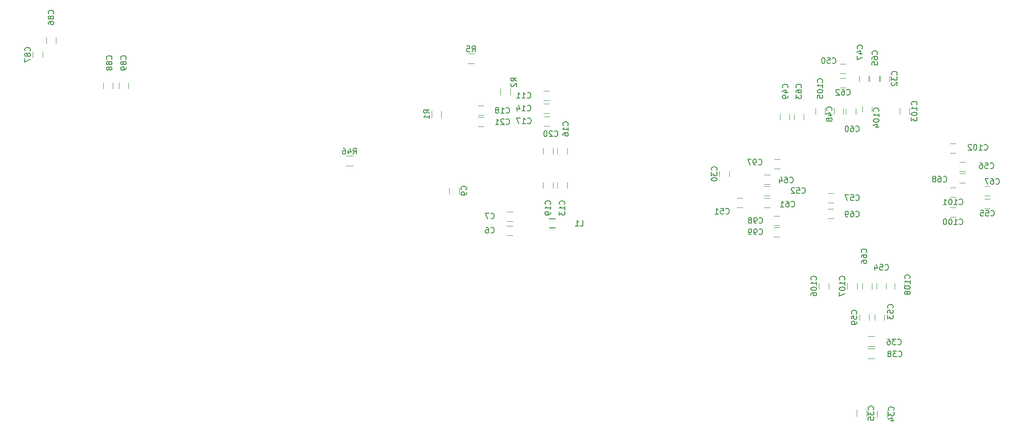
<source format=gbr>
G04 #@! TF.FileFunction,Legend,Bot*
%FSLAX46Y46*%
G04 Gerber Fmt 4.6, Leading zero omitted, Abs format (unit mm)*
G04 Created by KiCad (PCBNEW 4.0.7-e2-6376~58~ubuntu16.04.1) date Thu Apr  4 23:28:41 2019*
%MOMM*%
%LPD*%
G01*
G04 APERTURE LIST*
%ADD10C,0.100000*%
%ADD11C,0.120000*%
%ADD12C,0.150000*%
G04 APERTURE END LIST*
D10*
D11*
X159678000Y-103858000D02*
X159678000Y-102858000D01*
X161378000Y-102858000D02*
X161378000Y-103858000D01*
X144614000Y-103874000D02*
X144614000Y-104874000D01*
X142914000Y-104874000D02*
X142914000Y-103874000D01*
X217666000Y-132198000D02*
X218866000Y-132198000D01*
X218866000Y-130438000D02*
X217666000Y-130438000D01*
X217666000Y-134385474D02*
X218866000Y-134385474D01*
X218866000Y-132625474D02*
X217666000Y-132625474D01*
X219319227Y-143677998D02*
X219319227Y-144877998D01*
X221079227Y-144877998D02*
X221079227Y-143677998D01*
X215696226Y-143545000D02*
X215696226Y-144745000D01*
X217456226Y-144745000D02*
X217456226Y-143545000D01*
X199164000Y-105703000D02*
X200164000Y-105703000D01*
X200164000Y-107403000D02*
X199164000Y-107403000D01*
D12*
X160754060Y-109435900D02*
X161805620Y-109435900D01*
X161856420Y-111036100D02*
X160804860Y-111036100D01*
D11*
X162218000Y-103898000D02*
X162218000Y-102898000D01*
X163918000Y-102898000D02*
X163918000Y-103898000D01*
X153190000Y-110642222D02*
X154190000Y-110642222D01*
X154190000Y-112342222D02*
X153190000Y-112342222D01*
X153190000Y-108102222D02*
X154190000Y-108102222D01*
X154190000Y-109802222D02*
X153190000Y-109802222D01*
X219241000Y-121892000D02*
X219241000Y-120892000D01*
X220941000Y-120892000D02*
X220941000Y-121892000D01*
X216165188Y-127527476D02*
X216165188Y-126527476D01*
X217865188Y-126527476D02*
X217865188Y-127527476D01*
X218912577Y-127516905D02*
X218912577Y-126516905D01*
X220612577Y-126516905D02*
X220612577Y-127516905D01*
X216701000Y-121932000D02*
X216701000Y-120932000D01*
X218401000Y-120932000D02*
X218401000Y-121932000D01*
X160754000Y-88226000D02*
X159754000Y-88226000D01*
X159754000Y-86526000D02*
X160754000Y-86526000D01*
X160754000Y-90512000D02*
X159754000Y-90512000D01*
X159754000Y-88812000D02*
X160754000Y-88812000D01*
X162218000Y-97802000D02*
X162218000Y-96802000D01*
X163918000Y-96802000D02*
X163918000Y-97802000D01*
X160794000Y-92798000D02*
X159794000Y-92798000D01*
X159794000Y-91098000D02*
X160794000Y-91098000D01*
X159678000Y-97802000D02*
X159678000Y-96802000D01*
X161378000Y-96802000D02*
X161378000Y-97802000D01*
X149070000Y-90893000D02*
X148070000Y-90893000D01*
X148070000Y-89193000D02*
X149070000Y-89193000D01*
X149070000Y-92925000D02*
X148070000Y-92925000D01*
X148070000Y-91225000D02*
X149070000Y-91225000D01*
X213321000Y-89670000D02*
X213321000Y-90670000D01*
X211621000Y-90670000D02*
X211621000Y-89670000D01*
X203669000Y-90666000D02*
X203669000Y-91666000D01*
X201969000Y-91666000D02*
X201969000Y-90666000D01*
X215480000Y-89690000D02*
X215480000Y-90690000D01*
X213780000Y-90690000D02*
X213780000Y-89690000D01*
X206209000Y-90666000D02*
X206209000Y-91666000D01*
X204509000Y-91666000D02*
X204509000Y-90666000D01*
X191174000Y-101866000D02*
X191174000Y-100866000D01*
X192874000Y-100866000D02*
X192874000Y-101866000D01*
X199153275Y-101512000D02*
X200153275Y-101512000D01*
X200153275Y-103212000D02*
X199153275Y-103212000D01*
X199133275Y-103592885D02*
X200133275Y-103592885D01*
X200133275Y-105292885D02*
X199133275Y-105292885D01*
X194298000Y-105703000D02*
X195298000Y-105703000D01*
X195298000Y-107403000D02*
X194298000Y-107403000D01*
X213753000Y-85916564D02*
X212753000Y-85916564D01*
X212753000Y-84216564D02*
X213753000Y-84216564D01*
X239514000Y-107530000D02*
X238514000Y-107530000D01*
X238514000Y-105830000D02*
X239514000Y-105830000D01*
X235089000Y-100926000D02*
X234089000Y-100926000D01*
X234089000Y-99226000D02*
X235089000Y-99226000D01*
X211574000Y-106514000D02*
X210574000Y-106514000D01*
X210574000Y-104814000D02*
X211574000Y-104814000D01*
X235089000Y-102958000D02*
X234089000Y-102958000D01*
X234089000Y-101258000D02*
X235089000Y-101258000D01*
X219717494Y-83829042D02*
X219717494Y-84829042D01*
X218017494Y-84829042D02*
X218017494Y-83829042D01*
X221556000Y-83828000D02*
X221556000Y-84828000D01*
X219856000Y-84828000D02*
X219856000Y-83828000D01*
X213753000Y-83400000D02*
X212753000Y-83400000D01*
X212753000Y-81700000D02*
X213753000Y-81700000D01*
X217812494Y-83829042D02*
X217812494Y-84829042D01*
X216112494Y-84829042D02*
X216112494Y-83829042D01*
X152028000Y-86141000D02*
X152028000Y-87341000D01*
X153788000Y-87341000D02*
X153788000Y-86141000D01*
X146165000Y-81652000D02*
X147365000Y-81652000D01*
X147365000Y-79892000D02*
X146165000Y-79892000D01*
X141469000Y-91278000D02*
X141469000Y-90078000D01*
X139709000Y-90078000D02*
X139709000Y-91278000D01*
X70905000Y-77950000D02*
X70905000Y-76950000D01*
X72605000Y-76950000D02*
X72605000Y-77950000D01*
X68492000Y-80530000D02*
X68492000Y-79530000D01*
X70192000Y-79530000D02*
X70192000Y-80530000D01*
X83892112Y-86098000D02*
X83892112Y-85098000D01*
X85592112Y-85098000D02*
X85592112Y-86098000D01*
X81065000Y-86098000D02*
X81065000Y-85098000D01*
X82765000Y-85098000D02*
X82765000Y-86098000D01*
X239514000Y-105244000D02*
X238514000Y-105244000D01*
X238514000Y-103544000D02*
X239514000Y-103544000D01*
X211554000Y-109308000D02*
X210554000Y-109308000D01*
X210554000Y-107608000D02*
X211554000Y-107608000D01*
X200942000Y-98718000D02*
X201942000Y-98718000D01*
X201942000Y-100418000D02*
X200942000Y-100418000D01*
X200902000Y-108878000D02*
X201902000Y-108878000D01*
X201902000Y-110578000D02*
X200902000Y-110578000D01*
X200902000Y-110910000D02*
X201902000Y-110910000D01*
X201902000Y-112610000D02*
X200902000Y-112610000D01*
X233398000Y-109054000D02*
X232398000Y-109054000D01*
X232398000Y-107354000D02*
X233398000Y-107354000D01*
X233398000Y-105498000D02*
X232398000Y-105498000D01*
X232398000Y-103798000D02*
X233398000Y-103798000D01*
X233398000Y-97624000D02*
X232398000Y-97624000D01*
X232398000Y-95924000D02*
X233398000Y-95924000D01*
X225112000Y-89650000D02*
X225112000Y-90650000D01*
X223412000Y-90650000D02*
X223412000Y-89650000D01*
X218401000Y-89309000D02*
X218401000Y-90309000D01*
X216701000Y-90309000D02*
X216701000Y-89309000D01*
X210019000Y-89690000D02*
X210019000Y-90690000D01*
X208319000Y-90690000D02*
X208319000Y-89690000D01*
X208954000Y-121912000D02*
X208954000Y-120912000D01*
X210654000Y-120912000D02*
X210654000Y-121912000D01*
X214034000Y-121912000D02*
X214034000Y-120912000D01*
X215734000Y-120912000D02*
X215734000Y-121912000D01*
X222436000Y-121912000D02*
X222436000Y-120912000D01*
X224136000Y-120912000D02*
X224136000Y-121912000D01*
X124448000Y-99940000D02*
X125648000Y-99940000D01*
X125648000Y-98180000D02*
X124448000Y-98180000D01*
D12*
X160885143Y-106779143D02*
X160932762Y-106731524D01*
X160980381Y-106588667D01*
X160980381Y-106493429D01*
X160932762Y-106350571D01*
X160837524Y-106255333D01*
X160742286Y-106207714D01*
X160551810Y-106160095D01*
X160408952Y-106160095D01*
X160218476Y-106207714D01*
X160123238Y-106255333D01*
X160028000Y-106350571D01*
X159980381Y-106493429D01*
X159980381Y-106588667D01*
X160028000Y-106731524D01*
X160075619Y-106779143D01*
X160980381Y-107731524D02*
X160980381Y-107160095D01*
X160980381Y-107445809D02*
X159980381Y-107445809D01*
X160123238Y-107350571D01*
X160218476Y-107255333D01*
X160266095Y-107160095D01*
X160980381Y-108207714D02*
X160980381Y-108398190D01*
X160932762Y-108493429D01*
X160885143Y-108541048D01*
X160742286Y-108636286D01*
X160551810Y-108683905D01*
X160170857Y-108683905D01*
X160075619Y-108636286D01*
X160028000Y-108588667D01*
X159980381Y-108493429D01*
X159980381Y-108302952D01*
X160028000Y-108207714D01*
X160075619Y-108160095D01*
X160170857Y-108112476D01*
X160408952Y-108112476D01*
X160504190Y-108160095D01*
X160551810Y-108207714D01*
X160599429Y-108302952D01*
X160599429Y-108493429D01*
X160551810Y-108588667D01*
X160504190Y-108636286D01*
X160408952Y-108683905D01*
X145871143Y-104207334D02*
X145918762Y-104159715D01*
X145966381Y-104016858D01*
X145966381Y-103921620D01*
X145918762Y-103778762D01*
X145823524Y-103683524D01*
X145728286Y-103635905D01*
X145537810Y-103588286D01*
X145394952Y-103588286D01*
X145204476Y-103635905D01*
X145109238Y-103683524D01*
X145014000Y-103778762D01*
X144966381Y-103921620D01*
X144966381Y-104016858D01*
X145014000Y-104159715D01*
X145061619Y-104207334D01*
X145966381Y-104683524D02*
X145966381Y-104874000D01*
X145918762Y-104969239D01*
X145871143Y-105016858D01*
X145728286Y-105112096D01*
X145537810Y-105159715D01*
X145156857Y-105159715D01*
X145061619Y-105112096D01*
X145014000Y-105064477D01*
X144966381Y-104969239D01*
X144966381Y-104778762D01*
X145014000Y-104683524D01*
X145061619Y-104635905D01*
X145156857Y-104588286D01*
X145394952Y-104588286D01*
X145490190Y-104635905D01*
X145537810Y-104683524D01*
X145585429Y-104778762D01*
X145585429Y-104969239D01*
X145537810Y-105064477D01*
X145490190Y-105112096D01*
X145394952Y-105159715D01*
X223019857Y-131802143D02*
X223067476Y-131849762D01*
X223210333Y-131897381D01*
X223305571Y-131897381D01*
X223448429Y-131849762D01*
X223543667Y-131754524D01*
X223591286Y-131659286D01*
X223638905Y-131468810D01*
X223638905Y-131325952D01*
X223591286Y-131135476D01*
X223543667Y-131040238D01*
X223448429Y-130945000D01*
X223305571Y-130897381D01*
X223210333Y-130897381D01*
X223067476Y-130945000D01*
X223019857Y-130992619D01*
X222686524Y-130897381D02*
X222067476Y-130897381D01*
X222400810Y-131278333D01*
X222257952Y-131278333D01*
X222162714Y-131325952D01*
X222115095Y-131373571D01*
X222067476Y-131468810D01*
X222067476Y-131706905D01*
X222115095Y-131802143D01*
X222162714Y-131849762D01*
X222257952Y-131897381D01*
X222543667Y-131897381D01*
X222638905Y-131849762D01*
X222686524Y-131802143D01*
X221210333Y-130897381D02*
X221400810Y-130897381D01*
X221496048Y-130945000D01*
X221543667Y-130992619D01*
X221638905Y-131135476D01*
X221686524Y-131325952D01*
X221686524Y-131706905D01*
X221638905Y-131802143D01*
X221591286Y-131849762D01*
X221496048Y-131897381D01*
X221305571Y-131897381D01*
X221210333Y-131849762D01*
X221162714Y-131802143D01*
X221115095Y-131706905D01*
X221115095Y-131468810D01*
X221162714Y-131373571D01*
X221210333Y-131325952D01*
X221305571Y-131278333D01*
X221496048Y-131278333D01*
X221591286Y-131325952D01*
X221638905Y-131373571D01*
X221686524Y-131468810D01*
X223146857Y-133961143D02*
X223194476Y-134008762D01*
X223337333Y-134056381D01*
X223432571Y-134056381D01*
X223575429Y-134008762D01*
X223670667Y-133913524D01*
X223718286Y-133818286D01*
X223765905Y-133627810D01*
X223765905Y-133484952D01*
X223718286Y-133294476D01*
X223670667Y-133199238D01*
X223575429Y-133104000D01*
X223432571Y-133056381D01*
X223337333Y-133056381D01*
X223194476Y-133104000D01*
X223146857Y-133151619D01*
X222813524Y-133056381D02*
X222194476Y-133056381D01*
X222527810Y-133437333D01*
X222384952Y-133437333D01*
X222289714Y-133484952D01*
X222242095Y-133532571D01*
X222194476Y-133627810D01*
X222194476Y-133865905D01*
X222242095Y-133961143D01*
X222289714Y-134008762D01*
X222384952Y-134056381D01*
X222670667Y-134056381D01*
X222765905Y-134008762D01*
X222813524Y-133961143D01*
X221623048Y-133484952D02*
X221718286Y-133437333D01*
X221765905Y-133389714D01*
X221813524Y-133294476D01*
X221813524Y-133246857D01*
X221765905Y-133151619D01*
X221718286Y-133104000D01*
X221623048Y-133056381D01*
X221432571Y-133056381D01*
X221337333Y-133104000D01*
X221289714Y-133151619D01*
X221242095Y-133246857D01*
X221242095Y-133294476D01*
X221289714Y-133389714D01*
X221337333Y-133437333D01*
X221432571Y-133484952D01*
X221623048Y-133484952D01*
X221718286Y-133532571D01*
X221765905Y-133580190D01*
X221813524Y-133675429D01*
X221813524Y-133865905D01*
X221765905Y-133961143D01*
X221718286Y-134008762D01*
X221623048Y-134056381D01*
X221432571Y-134056381D01*
X221337333Y-134008762D01*
X221289714Y-133961143D01*
X221242095Y-133865905D01*
X221242095Y-133675429D01*
X221289714Y-133580190D01*
X221337333Y-133532571D01*
X221432571Y-133484952D01*
X222256370Y-143635141D02*
X222303989Y-143587522D01*
X222351608Y-143444665D01*
X222351608Y-143349427D01*
X222303989Y-143206569D01*
X222208751Y-143111331D01*
X222113513Y-143063712D01*
X221923037Y-143016093D01*
X221780179Y-143016093D01*
X221589703Y-143063712D01*
X221494465Y-143111331D01*
X221399227Y-143206569D01*
X221351608Y-143349427D01*
X221351608Y-143444665D01*
X221399227Y-143587522D01*
X221446846Y-143635141D01*
X221351608Y-143968474D02*
X221351608Y-144587522D01*
X221732560Y-144254188D01*
X221732560Y-144397046D01*
X221780179Y-144492284D01*
X221827798Y-144539903D01*
X221923037Y-144587522D01*
X222161132Y-144587522D01*
X222256370Y-144539903D01*
X222303989Y-144492284D01*
X222351608Y-144397046D01*
X222351608Y-144111331D01*
X222303989Y-144016093D01*
X222256370Y-143968474D01*
X221684941Y-145444665D02*
X222351608Y-145444665D01*
X221303989Y-145206569D02*
X222018275Y-144968474D01*
X222018275Y-145587522D01*
X218633369Y-143502143D02*
X218680988Y-143454524D01*
X218728607Y-143311667D01*
X218728607Y-143216429D01*
X218680988Y-143073571D01*
X218585750Y-142978333D01*
X218490512Y-142930714D01*
X218300036Y-142883095D01*
X218157178Y-142883095D01*
X217966702Y-142930714D01*
X217871464Y-142978333D01*
X217776226Y-143073571D01*
X217728607Y-143216429D01*
X217728607Y-143311667D01*
X217776226Y-143454524D01*
X217823845Y-143502143D01*
X217728607Y-143835476D02*
X217728607Y-144454524D01*
X218109559Y-144121190D01*
X218109559Y-144264048D01*
X218157178Y-144359286D01*
X218204797Y-144406905D01*
X218300036Y-144454524D01*
X218538131Y-144454524D01*
X218633369Y-144406905D01*
X218680988Y-144359286D01*
X218728607Y-144264048D01*
X218728607Y-143978333D01*
X218680988Y-143883095D01*
X218633369Y-143835476D01*
X217728607Y-145359286D02*
X217728607Y-144883095D01*
X218204797Y-144835476D01*
X218157178Y-144883095D01*
X218109559Y-144978333D01*
X218109559Y-145216429D01*
X218157178Y-145311667D01*
X218204797Y-145359286D01*
X218300036Y-145406905D01*
X218538131Y-145406905D01*
X218633369Y-145359286D01*
X218680988Y-145311667D01*
X218728607Y-145216429D01*
X218728607Y-144978333D01*
X218680988Y-144883095D01*
X218633369Y-144835476D01*
X203969857Y-107164143D02*
X204017476Y-107211762D01*
X204160333Y-107259381D01*
X204255571Y-107259381D01*
X204398429Y-107211762D01*
X204493667Y-107116524D01*
X204541286Y-107021286D01*
X204588905Y-106830810D01*
X204588905Y-106687952D01*
X204541286Y-106497476D01*
X204493667Y-106402238D01*
X204398429Y-106307000D01*
X204255571Y-106259381D01*
X204160333Y-106259381D01*
X204017476Y-106307000D01*
X203969857Y-106354619D01*
X203112714Y-106259381D02*
X203303191Y-106259381D01*
X203398429Y-106307000D01*
X203446048Y-106354619D01*
X203541286Y-106497476D01*
X203588905Y-106687952D01*
X203588905Y-107068905D01*
X203541286Y-107164143D01*
X203493667Y-107211762D01*
X203398429Y-107259381D01*
X203207952Y-107259381D01*
X203112714Y-107211762D01*
X203065095Y-107164143D01*
X203017476Y-107068905D01*
X203017476Y-106830810D01*
X203065095Y-106735571D01*
X203112714Y-106687952D01*
X203207952Y-106640333D01*
X203398429Y-106640333D01*
X203493667Y-106687952D01*
X203541286Y-106735571D01*
X203588905Y-106830810D01*
X202065095Y-107259381D02*
X202636524Y-107259381D01*
X202350810Y-107259381D02*
X202350810Y-106259381D01*
X202446048Y-106402238D01*
X202541286Y-106497476D01*
X202636524Y-106545095D01*
X166282666Y-110688381D02*
X166758857Y-110688381D01*
X166758857Y-109688381D01*
X165425523Y-110688381D02*
X165996952Y-110688381D01*
X165711238Y-110688381D02*
X165711238Y-109688381D01*
X165806476Y-109831238D01*
X165901714Y-109926476D01*
X165996952Y-109974095D01*
X163425143Y-106819143D02*
X163472762Y-106771524D01*
X163520381Y-106628667D01*
X163520381Y-106533429D01*
X163472762Y-106390571D01*
X163377524Y-106295333D01*
X163282286Y-106247714D01*
X163091810Y-106200095D01*
X162948952Y-106200095D01*
X162758476Y-106247714D01*
X162663238Y-106295333D01*
X162568000Y-106390571D01*
X162520381Y-106533429D01*
X162520381Y-106628667D01*
X162568000Y-106771524D01*
X162615619Y-106819143D01*
X163520381Y-107771524D02*
X163520381Y-107200095D01*
X163520381Y-107485809D02*
X162520381Y-107485809D01*
X162663238Y-107390571D01*
X162758476Y-107295333D01*
X162806095Y-107200095D01*
X162520381Y-108104857D02*
X162520381Y-108723905D01*
X162901333Y-108390571D01*
X162901333Y-108533429D01*
X162948952Y-108628667D01*
X162996571Y-108676286D01*
X163091810Y-108723905D01*
X163329905Y-108723905D01*
X163425143Y-108676286D01*
X163472762Y-108628667D01*
X163520381Y-108533429D01*
X163520381Y-108247714D01*
X163472762Y-108152476D01*
X163425143Y-108104857D01*
X150300666Y-111849365D02*
X150348285Y-111896984D01*
X150491142Y-111944603D01*
X150586380Y-111944603D01*
X150729238Y-111896984D01*
X150824476Y-111801746D01*
X150872095Y-111706508D01*
X150919714Y-111516032D01*
X150919714Y-111373174D01*
X150872095Y-111182698D01*
X150824476Y-111087460D01*
X150729238Y-110992222D01*
X150586380Y-110944603D01*
X150491142Y-110944603D01*
X150348285Y-110992222D01*
X150300666Y-111039841D01*
X149443523Y-110944603D02*
X149634000Y-110944603D01*
X149729238Y-110992222D01*
X149776857Y-111039841D01*
X149872095Y-111182698D01*
X149919714Y-111373174D01*
X149919714Y-111754127D01*
X149872095Y-111849365D01*
X149824476Y-111896984D01*
X149729238Y-111944603D01*
X149538761Y-111944603D01*
X149443523Y-111896984D01*
X149395904Y-111849365D01*
X149348285Y-111754127D01*
X149348285Y-111516032D01*
X149395904Y-111420793D01*
X149443523Y-111373174D01*
X149538761Y-111325555D01*
X149729238Y-111325555D01*
X149824476Y-111373174D01*
X149872095Y-111420793D01*
X149919714Y-111516032D01*
X150300666Y-109309365D02*
X150348285Y-109356984D01*
X150491142Y-109404603D01*
X150586380Y-109404603D01*
X150729238Y-109356984D01*
X150824476Y-109261746D01*
X150872095Y-109166508D01*
X150919714Y-108976032D01*
X150919714Y-108833174D01*
X150872095Y-108642698D01*
X150824476Y-108547460D01*
X150729238Y-108452222D01*
X150586380Y-108404603D01*
X150491142Y-108404603D01*
X150348285Y-108452222D01*
X150300666Y-108499841D01*
X149967333Y-108404603D02*
X149300666Y-108404603D01*
X149729238Y-109404603D01*
X220733857Y-118467143D02*
X220781476Y-118514762D01*
X220924333Y-118562381D01*
X221019571Y-118562381D01*
X221162429Y-118514762D01*
X221257667Y-118419524D01*
X221305286Y-118324286D01*
X221352905Y-118133810D01*
X221352905Y-117990952D01*
X221305286Y-117800476D01*
X221257667Y-117705238D01*
X221162429Y-117610000D01*
X221019571Y-117562381D01*
X220924333Y-117562381D01*
X220781476Y-117610000D01*
X220733857Y-117657619D01*
X219829095Y-117562381D02*
X220305286Y-117562381D01*
X220352905Y-118038571D01*
X220305286Y-117990952D01*
X220210048Y-117943333D01*
X219971952Y-117943333D01*
X219876714Y-117990952D01*
X219829095Y-118038571D01*
X219781476Y-118133810D01*
X219781476Y-118371905D01*
X219829095Y-118467143D01*
X219876714Y-118514762D01*
X219971952Y-118562381D01*
X220210048Y-118562381D01*
X220305286Y-118514762D01*
X220352905Y-118467143D01*
X218924333Y-117895714D02*
X218924333Y-118562381D01*
X219162429Y-117514762D02*
X219400524Y-118229048D01*
X218781476Y-118229048D01*
X215622331Y-126384619D02*
X215669950Y-126337000D01*
X215717569Y-126194143D01*
X215717569Y-126098905D01*
X215669950Y-125956047D01*
X215574712Y-125860809D01*
X215479474Y-125813190D01*
X215288998Y-125765571D01*
X215146140Y-125765571D01*
X214955664Y-125813190D01*
X214860426Y-125860809D01*
X214765188Y-125956047D01*
X214717569Y-126098905D01*
X214717569Y-126194143D01*
X214765188Y-126337000D01*
X214812807Y-126384619D01*
X214717569Y-127289381D02*
X214717569Y-126813190D01*
X215193759Y-126765571D01*
X215146140Y-126813190D01*
X215098521Y-126908428D01*
X215098521Y-127146524D01*
X215146140Y-127241762D01*
X215193759Y-127289381D01*
X215288998Y-127337000D01*
X215527093Y-127337000D01*
X215622331Y-127289381D01*
X215669950Y-127241762D01*
X215717569Y-127146524D01*
X215717569Y-126908428D01*
X215669950Y-126813190D01*
X215622331Y-126765571D01*
X215717569Y-127813190D02*
X215717569Y-128003666D01*
X215669950Y-128098905D01*
X215622331Y-128146524D01*
X215479474Y-128241762D01*
X215288998Y-128289381D01*
X214908045Y-128289381D01*
X214812807Y-128241762D01*
X214765188Y-128194143D01*
X214717569Y-128098905D01*
X214717569Y-127908428D01*
X214765188Y-127813190D01*
X214812807Y-127765571D01*
X214908045Y-127717952D01*
X215146140Y-127717952D01*
X215241378Y-127765571D01*
X215288998Y-127813190D01*
X215336617Y-127908428D01*
X215336617Y-128098905D01*
X215288998Y-128194143D01*
X215241378Y-128241762D01*
X215146140Y-128289381D01*
X222099143Y-125341143D02*
X222146762Y-125293524D01*
X222194381Y-125150667D01*
X222194381Y-125055429D01*
X222146762Y-124912571D01*
X222051524Y-124817333D01*
X221956286Y-124769714D01*
X221765810Y-124722095D01*
X221622952Y-124722095D01*
X221432476Y-124769714D01*
X221337238Y-124817333D01*
X221242000Y-124912571D01*
X221194381Y-125055429D01*
X221194381Y-125150667D01*
X221242000Y-125293524D01*
X221289619Y-125341143D01*
X221194381Y-126245905D02*
X221194381Y-125769714D01*
X221670571Y-125722095D01*
X221622952Y-125769714D01*
X221575333Y-125864952D01*
X221575333Y-126103048D01*
X221622952Y-126198286D01*
X221670571Y-126245905D01*
X221765810Y-126293524D01*
X222003905Y-126293524D01*
X222099143Y-126245905D01*
X222146762Y-126198286D01*
X222194381Y-126103048D01*
X222194381Y-125864952D01*
X222146762Y-125769714D01*
X222099143Y-125722095D01*
X221194381Y-126626857D02*
X221194381Y-127245905D01*
X221575333Y-126912571D01*
X221575333Y-127055429D01*
X221622952Y-127150667D01*
X221670571Y-127198286D01*
X221765810Y-127245905D01*
X222003905Y-127245905D01*
X222099143Y-127198286D01*
X222146762Y-127150667D01*
X222194381Y-127055429D01*
X222194381Y-126769714D01*
X222146762Y-126674476D01*
X222099143Y-126626857D01*
X217400143Y-115435143D02*
X217447762Y-115387524D01*
X217495381Y-115244667D01*
X217495381Y-115149429D01*
X217447762Y-115006571D01*
X217352524Y-114911333D01*
X217257286Y-114863714D01*
X217066810Y-114816095D01*
X216923952Y-114816095D01*
X216733476Y-114863714D01*
X216638238Y-114911333D01*
X216543000Y-115006571D01*
X216495381Y-115149429D01*
X216495381Y-115244667D01*
X216543000Y-115387524D01*
X216590619Y-115435143D01*
X216495381Y-116292286D02*
X216495381Y-116101809D01*
X216543000Y-116006571D01*
X216590619Y-115958952D01*
X216733476Y-115863714D01*
X216923952Y-115816095D01*
X217304905Y-115816095D01*
X217400143Y-115863714D01*
X217447762Y-115911333D01*
X217495381Y-116006571D01*
X217495381Y-116197048D01*
X217447762Y-116292286D01*
X217400143Y-116339905D01*
X217304905Y-116387524D01*
X217066810Y-116387524D01*
X216971571Y-116339905D01*
X216923952Y-116292286D01*
X216876333Y-116197048D01*
X216876333Y-116006571D01*
X216923952Y-115911333D01*
X216971571Y-115863714D01*
X217066810Y-115816095D01*
X216495381Y-117244667D02*
X216495381Y-117054190D01*
X216543000Y-116958952D01*
X216590619Y-116911333D01*
X216733476Y-116816095D01*
X216923952Y-116768476D01*
X217304905Y-116768476D01*
X217400143Y-116816095D01*
X217447762Y-116863714D01*
X217495381Y-116958952D01*
X217495381Y-117149429D01*
X217447762Y-117244667D01*
X217400143Y-117292286D01*
X217304905Y-117339905D01*
X217066810Y-117339905D01*
X216971571Y-117292286D01*
X216923952Y-117244667D01*
X216876333Y-117149429D01*
X216876333Y-116958952D01*
X216923952Y-116863714D01*
X216971571Y-116816095D01*
X217066810Y-116768476D01*
X156832857Y-87733143D02*
X156880476Y-87780762D01*
X157023333Y-87828381D01*
X157118571Y-87828381D01*
X157261429Y-87780762D01*
X157356667Y-87685524D01*
X157404286Y-87590286D01*
X157451905Y-87399810D01*
X157451905Y-87256952D01*
X157404286Y-87066476D01*
X157356667Y-86971238D01*
X157261429Y-86876000D01*
X157118571Y-86828381D01*
X157023333Y-86828381D01*
X156880476Y-86876000D01*
X156832857Y-86923619D01*
X155880476Y-87828381D02*
X156451905Y-87828381D01*
X156166191Y-87828381D02*
X156166191Y-86828381D01*
X156261429Y-86971238D01*
X156356667Y-87066476D01*
X156451905Y-87114095D01*
X154928095Y-87828381D02*
X155499524Y-87828381D01*
X155213810Y-87828381D02*
X155213810Y-86828381D01*
X155309048Y-86971238D01*
X155404286Y-87066476D01*
X155499524Y-87114095D01*
X156832857Y-90019143D02*
X156880476Y-90066762D01*
X157023333Y-90114381D01*
X157118571Y-90114381D01*
X157261429Y-90066762D01*
X157356667Y-89971524D01*
X157404286Y-89876286D01*
X157451905Y-89685810D01*
X157451905Y-89542952D01*
X157404286Y-89352476D01*
X157356667Y-89257238D01*
X157261429Y-89162000D01*
X157118571Y-89114381D01*
X157023333Y-89114381D01*
X156880476Y-89162000D01*
X156832857Y-89209619D01*
X155880476Y-90114381D02*
X156451905Y-90114381D01*
X156166191Y-90114381D02*
X156166191Y-89114381D01*
X156261429Y-89257238D01*
X156356667Y-89352476D01*
X156451905Y-89400095D01*
X155023333Y-89447714D02*
X155023333Y-90114381D01*
X155261429Y-89066762D02*
X155499524Y-89781048D01*
X154880476Y-89781048D01*
X164060143Y-92702143D02*
X164107762Y-92654524D01*
X164155381Y-92511667D01*
X164155381Y-92416429D01*
X164107762Y-92273571D01*
X164012524Y-92178333D01*
X163917286Y-92130714D01*
X163726810Y-92083095D01*
X163583952Y-92083095D01*
X163393476Y-92130714D01*
X163298238Y-92178333D01*
X163203000Y-92273571D01*
X163155381Y-92416429D01*
X163155381Y-92511667D01*
X163203000Y-92654524D01*
X163250619Y-92702143D01*
X164155381Y-93654524D02*
X164155381Y-93083095D01*
X164155381Y-93368809D02*
X163155381Y-93368809D01*
X163298238Y-93273571D01*
X163393476Y-93178333D01*
X163441095Y-93083095D01*
X163155381Y-94511667D02*
X163155381Y-94321190D01*
X163203000Y-94225952D01*
X163250619Y-94178333D01*
X163393476Y-94083095D01*
X163583952Y-94035476D01*
X163964905Y-94035476D01*
X164060143Y-94083095D01*
X164107762Y-94130714D01*
X164155381Y-94225952D01*
X164155381Y-94416429D01*
X164107762Y-94511667D01*
X164060143Y-94559286D01*
X163964905Y-94606905D01*
X163726810Y-94606905D01*
X163631571Y-94559286D01*
X163583952Y-94511667D01*
X163536333Y-94416429D01*
X163536333Y-94225952D01*
X163583952Y-94130714D01*
X163631571Y-94083095D01*
X163726810Y-94035476D01*
X156872857Y-92305143D02*
X156920476Y-92352762D01*
X157063333Y-92400381D01*
X157158571Y-92400381D01*
X157301429Y-92352762D01*
X157396667Y-92257524D01*
X157444286Y-92162286D01*
X157491905Y-91971810D01*
X157491905Y-91828952D01*
X157444286Y-91638476D01*
X157396667Y-91543238D01*
X157301429Y-91448000D01*
X157158571Y-91400381D01*
X157063333Y-91400381D01*
X156920476Y-91448000D01*
X156872857Y-91495619D01*
X155920476Y-92400381D02*
X156491905Y-92400381D01*
X156206191Y-92400381D02*
X156206191Y-91400381D01*
X156301429Y-91543238D01*
X156396667Y-91638476D01*
X156491905Y-91686095D01*
X155587143Y-91400381D02*
X154920476Y-91400381D01*
X155349048Y-92400381D01*
X161678857Y-94591143D02*
X161726476Y-94638762D01*
X161869333Y-94686381D01*
X161964571Y-94686381D01*
X162107429Y-94638762D01*
X162202667Y-94543524D01*
X162250286Y-94448286D01*
X162297905Y-94257810D01*
X162297905Y-94114952D01*
X162250286Y-93924476D01*
X162202667Y-93829238D01*
X162107429Y-93734000D01*
X161964571Y-93686381D01*
X161869333Y-93686381D01*
X161726476Y-93734000D01*
X161678857Y-93781619D01*
X161297905Y-93781619D02*
X161250286Y-93734000D01*
X161155048Y-93686381D01*
X160916952Y-93686381D01*
X160821714Y-93734000D01*
X160774095Y-93781619D01*
X160726476Y-93876857D01*
X160726476Y-93972095D01*
X160774095Y-94114952D01*
X161345524Y-94686381D01*
X160726476Y-94686381D01*
X160107429Y-93686381D02*
X160012190Y-93686381D01*
X159916952Y-93734000D01*
X159869333Y-93781619D01*
X159821714Y-93876857D01*
X159774095Y-94067333D01*
X159774095Y-94305429D01*
X159821714Y-94495905D01*
X159869333Y-94591143D01*
X159916952Y-94638762D01*
X160012190Y-94686381D01*
X160107429Y-94686381D01*
X160202667Y-94638762D01*
X160250286Y-94591143D01*
X160297905Y-94495905D01*
X160345524Y-94305429D01*
X160345524Y-94067333D01*
X160297905Y-93876857D01*
X160250286Y-93781619D01*
X160202667Y-93734000D01*
X160107429Y-93686381D01*
X153042857Y-90400143D02*
X153090476Y-90447762D01*
X153233333Y-90495381D01*
X153328571Y-90495381D01*
X153471429Y-90447762D01*
X153566667Y-90352524D01*
X153614286Y-90257286D01*
X153661905Y-90066810D01*
X153661905Y-89923952D01*
X153614286Y-89733476D01*
X153566667Y-89638238D01*
X153471429Y-89543000D01*
X153328571Y-89495381D01*
X153233333Y-89495381D01*
X153090476Y-89543000D01*
X153042857Y-89590619D01*
X152090476Y-90495381D02*
X152661905Y-90495381D01*
X152376191Y-90495381D02*
X152376191Y-89495381D01*
X152471429Y-89638238D01*
X152566667Y-89733476D01*
X152661905Y-89781095D01*
X151519048Y-89923952D02*
X151614286Y-89876333D01*
X151661905Y-89828714D01*
X151709524Y-89733476D01*
X151709524Y-89685857D01*
X151661905Y-89590619D01*
X151614286Y-89543000D01*
X151519048Y-89495381D01*
X151328571Y-89495381D01*
X151233333Y-89543000D01*
X151185714Y-89590619D01*
X151138095Y-89685857D01*
X151138095Y-89733476D01*
X151185714Y-89828714D01*
X151233333Y-89876333D01*
X151328571Y-89923952D01*
X151519048Y-89923952D01*
X151614286Y-89971571D01*
X151661905Y-90019190D01*
X151709524Y-90114429D01*
X151709524Y-90304905D01*
X151661905Y-90400143D01*
X151614286Y-90447762D01*
X151519048Y-90495381D01*
X151328571Y-90495381D01*
X151233333Y-90447762D01*
X151185714Y-90400143D01*
X151138095Y-90304905D01*
X151138095Y-90114429D01*
X151185714Y-90019190D01*
X151233333Y-89971571D01*
X151328571Y-89923952D01*
X153042857Y-92432143D02*
X153090476Y-92479762D01*
X153233333Y-92527381D01*
X153328571Y-92527381D01*
X153471429Y-92479762D01*
X153566667Y-92384524D01*
X153614286Y-92289286D01*
X153661905Y-92098810D01*
X153661905Y-91955952D01*
X153614286Y-91765476D01*
X153566667Y-91670238D01*
X153471429Y-91575000D01*
X153328571Y-91527381D01*
X153233333Y-91527381D01*
X153090476Y-91575000D01*
X153042857Y-91622619D01*
X152661905Y-91622619D02*
X152614286Y-91575000D01*
X152519048Y-91527381D01*
X152280952Y-91527381D01*
X152185714Y-91575000D01*
X152138095Y-91622619D01*
X152090476Y-91717857D01*
X152090476Y-91813095D01*
X152138095Y-91955952D01*
X152709524Y-92527381D01*
X152090476Y-92527381D01*
X151138095Y-92527381D02*
X151709524Y-92527381D01*
X151423810Y-92527381D02*
X151423810Y-91527381D01*
X151519048Y-91670238D01*
X151614286Y-91765476D01*
X151709524Y-91813095D01*
X211177143Y-90035143D02*
X211224762Y-89987524D01*
X211272381Y-89844667D01*
X211272381Y-89749429D01*
X211224762Y-89606571D01*
X211129524Y-89511333D01*
X211034286Y-89463714D01*
X210843810Y-89416095D01*
X210700952Y-89416095D01*
X210510476Y-89463714D01*
X210415238Y-89511333D01*
X210320000Y-89606571D01*
X210272381Y-89749429D01*
X210272381Y-89844667D01*
X210320000Y-89987524D01*
X210367619Y-90035143D01*
X210605714Y-90892286D02*
X211272381Y-90892286D01*
X210224762Y-90654190D02*
X210939048Y-90416095D01*
X210939048Y-91035143D01*
X210700952Y-91558952D02*
X210653333Y-91463714D01*
X210605714Y-91416095D01*
X210510476Y-91368476D01*
X210462857Y-91368476D01*
X210367619Y-91416095D01*
X210320000Y-91463714D01*
X210272381Y-91558952D01*
X210272381Y-91749429D01*
X210320000Y-91844667D01*
X210367619Y-91892286D01*
X210462857Y-91939905D01*
X210510476Y-91939905D01*
X210605714Y-91892286D01*
X210653333Y-91844667D01*
X210700952Y-91749429D01*
X210700952Y-91558952D01*
X210748571Y-91463714D01*
X210796190Y-91416095D01*
X210891429Y-91368476D01*
X211081905Y-91368476D01*
X211177143Y-91416095D01*
X211224762Y-91463714D01*
X211272381Y-91558952D01*
X211272381Y-91749429D01*
X211224762Y-91844667D01*
X211177143Y-91892286D01*
X211081905Y-91939905D01*
X210891429Y-91939905D01*
X210796190Y-91892286D01*
X210748571Y-91844667D01*
X210700952Y-91749429D01*
X203303143Y-85971143D02*
X203350762Y-85923524D01*
X203398381Y-85780667D01*
X203398381Y-85685429D01*
X203350762Y-85542571D01*
X203255524Y-85447333D01*
X203160286Y-85399714D01*
X202969810Y-85352095D01*
X202826952Y-85352095D01*
X202636476Y-85399714D01*
X202541238Y-85447333D01*
X202446000Y-85542571D01*
X202398381Y-85685429D01*
X202398381Y-85780667D01*
X202446000Y-85923524D01*
X202493619Y-85971143D01*
X202731714Y-86828286D02*
X203398381Y-86828286D01*
X202350762Y-86590190D02*
X203065048Y-86352095D01*
X203065048Y-86971143D01*
X203398381Y-87399714D02*
X203398381Y-87590190D01*
X203350762Y-87685429D01*
X203303143Y-87733048D01*
X203160286Y-87828286D01*
X202969810Y-87875905D01*
X202588857Y-87875905D01*
X202493619Y-87828286D01*
X202446000Y-87780667D01*
X202398381Y-87685429D01*
X202398381Y-87494952D01*
X202446000Y-87399714D01*
X202493619Y-87352095D01*
X202588857Y-87304476D01*
X202826952Y-87304476D01*
X202922190Y-87352095D01*
X202969810Y-87399714D01*
X203017429Y-87494952D01*
X203017429Y-87685429D01*
X202969810Y-87780667D01*
X202922190Y-87828286D01*
X202826952Y-87875905D01*
X215526857Y-93702143D02*
X215574476Y-93749762D01*
X215717333Y-93797381D01*
X215812571Y-93797381D01*
X215955429Y-93749762D01*
X216050667Y-93654524D01*
X216098286Y-93559286D01*
X216145905Y-93368810D01*
X216145905Y-93225952D01*
X216098286Y-93035476D01*
X216050667Y-92940238D01*
X215955429Y-92845000D01*
X215812571Y-92797381D01*
X215717333Y-92797381D01*
X215574476Y-92845000D01*
X215526857Y-92892619D01*
X214669714Y-92797381D02*
X214860191Y-92797381D01*
X214955429Y-92845000D01*
X215003048Y-92892619D01*
X215098286Y-93035476D01*
X215145905Y-93225952D01*
X215145905Y-93606905D01*
X215098286Y-93702143D01*
X215050667Y-93749762D01*
X214955429Y-93797381D01*
X214764952Y-93797381D01*
X214669714Y-93749762D01*
X214622095Y-93702143D01*
X214574476Y-93606905D01*
X214574476Y-93368810D01*
X214622095Y-93273571D01*
X214669714Y-93225952D01*
X214764952Y-93178333D01*
X214955429Y-93178333D01*
X215050667Y-93225952D01*
X215098286Y-93273571D01*
X215145905Y-93368810D01*
X213955429Y-92797381D02*
X213860190Y-92797381D01*
X213764952Y-92845000D01*
X213717333Y-92892619D01*
X213669714Y-92987857D01*
X213622095Y-93178333D01*
X213622095Y-93416429D01*
X213669714Y-93606905D01*
X213717333Y-93702143D01*
X213764952Y-93749762D01*
X213860190Y-93797381D01*
X213955429Y-93797381D01*
X214050667Y-93749762D01*
X214098286Y-93702143D01*
X214145905Y-93606905D01*
X214193524Y-93416429D01*
X214193524Y-93178333D01*
X214145905Y-92987857D01*
X214098286Y-92892619D01*
X214050667Y-92845000D01*
X213955429Y-92797381D01*
X205716143Y-85971143D02*
X205763762Y-85923524D01*
X205811381Y-85780667D01*
X205811381Y-85685429D01*
X205763762Y-85542571D01*
X205668524Y-85447333D01*
X205573286Y-85399714D01*
X205382810Y-85352095D01*
X205239952Y-85352095D01*
X205049476Y-85399714D01*
X204954238Y-85447333D01*
X204859000Y-85542571D01*
X204811381Y-85685429D01*
X204811381Y-85780667D01*
X204859000Y-85923524D01*
X204906619Y-85971143D01*
X204811381Y-86828286D02*
X204811381Y-86637809D01*
X204859000Y-86542571D01*
X204906619Y-86494952D01*
X205049476Y-86399714D01*
X205239952Y-86352095D01*
X205620905Y-86352095D01*
X205716143Y-86399714D01*
X205763762Y-86447333D01*
X205811381Y-86542571D01*
X205811381Y-86733048D01*
X205763762Y-86828286D01*
X205716143Y-86875905D01*
X205620905Y-86923524D01*
X205382810Y-86923524D01*
X205287571Y-86875905D01*
X205239952Y-86828286D01*
X205192333Y-86733048D01*
X205192333Y-86542571D01*
X205239952Y-86447333D01*
X205287571Y-86399714D01*
X205382810Y-86352095D01*
X204811381Y-87256857D02*
X204811381Y-87875905D01*
X205192333Y-87542571D01*
X205192333Y-87685429D01*
X205239952Y-87780667D01*
X205287571Y-87828286D01*
X205382810Y-87875905D01*
X205620905Y-87875905D01*
X205716143Y-87828286D01*
X205763762Y-87780667D01*
X205811381Y-87685429D01*
X205811381Y-87399714D01*
X205763762Y-87304476D01*
X205716143Y-87256857D01*
X190631143Y-100723143D02*
X190678762Y-100675524D01*
X190726381Y-100532667D01*
X190726381Y-100437429D01*
X190678762Y-100294571D01*
X190583524Y-100199333D01*
X190488286Y-100151714D01*
X190297810Y-100104095D01*
X190154952Y-100104095D01*
X189964476Y-100151714D01*
X189869238Y-100199333D01*
X189774000Y-100294571D01*
X189726381Y-100437429D01*
X189726381Y-100532667D01*
X189774000Y-100675524D01*
X189821619Y-100723143D01*
X189726381Y-101056476D02*
X189726381Y-101675524D01*
X190107333Y-101342190D01*
X190107333Y-101485048D01*
X190154952Y-101580286D01*
X190202571Y-101627905D01*
X190297810Y-101675524D01*
X190535905Y-101675524D01*
X190631143Y-101627905D01*
X190678762Y-101580286D01*
X190726381Y-101485048D01*
X190726381Y-101199333D01*
X190678762Y-101104095D01*
X190631143Y-101056476D01*
X189726381Y-102294571D02*
X189726381Y-102389810D01*
X189774000Y-102485048D01*
X189821619Y-102532667D01*
X189916857Y-102580286D01*
X190107333Y-102627905D01*
X190345429Y-102627905D01*
X190535905Y-102580286D01*
X190631143Y-102532667D01*
X190678762Y-102485048D01*
X190726381Y-102389810D01*
X190726381Y-102294571D01*
X190678762Y-102199333D01*
X190631143Y-102151714D01*
X190535905Y-102104095D01*
X190345429Y-102056476D01*
X190107333Y-102056476D01*
X189916857Y-102104095D01*
X189821619Y-102151714D01*
X189774000Y-102199333D01*
X189726381Y-102294571D01*
X203715857Y-102846143D02*
X203763476Y-102893762D01*
X203906333Y-102941381D01*
X204001571Y-102941381D01*
X204144429Y-102893762D01*
X204239667Y-102798524D01*
X204287286Y-102703286D01*
X204334905Y-102512810D01*
X204334905Y-102369952D01*
X204287286Y-102179476D01*
X204239667Y-102084238D01*
X204144429Y-101989000D01*
X204001571Y-101941381D01*
X203906333Y-101941381D01*
X203763476Y-101989000D01*
X203715857Y-102036619D01*
X202858714Y-101941381D02*
X203049191Y-101941381D01*
X203144429Y-101989000D01*
X203192048Y-102036619D01*
X203287286Y-102179476D01*
X203334905Y-102369952D01*
X203334905Y-102750905D01*
X203287286Y-102846143D01*
X203239667Y-102893762D01*
X203144429Y-102941381D01*
X202953952Y-102941381D01*
X202858714Y-102893762D01*
X202811095Y-102846143D01*
X202763476Y-102750905D01*
X202763476Y-102512810D01*
X202811095Y-102417571D01*
X202858714Y-102369952D01*
X202953952Y-102322333D01*
X203144429Y-102322333D01*
X203239667Y-102369952D01*
X203287286Y-102417571D01*
X203334905Y-102512810D01*
X201906333Y-102274714D02*
X201906333Y-102941381D01*
X202144429Y-101893762D02*
X202382524Y-102608048D01*
X201763476Y-102608048D01*
X205874857Y-104751143D02*
X205922476Y-104798762D01*
X206065333Y-104846381D01*
X206160571Y-104846381D01*
X206303429Y-104798762D01*
X206398667Y-104703524D01*
X206446286Y-104608286D01*
X206493905Y-104417810D01*
X206493905Y-104274952D01*
X206446286Y-104084476D01*
X206398667Y-103989238D01*
X206303429Y-103894000D01*
X206160571Y-103846381D01*
X206065333Y-103846381D01*
X205922476Y-103894000D01*
X205874857Y-103941619D01*
X204970095Y-103846381D02*
X205446286Y-103846381D01*
X205493905Y-104322571D01*
X205446286Y-104274952D01*
X205351048Y-104227333D01*
X205112952Y-104227333D01*
X205017714Y-104274952D01*
X204970095Y-104322571D01*
X204922476Y-104417810D01*
X204922476Y-104655905D01*
X204970095Y-104751143D01*
X205017714Y-104798762D01*
X205112952Y-104846381D01*
X205351048Y-104846381D01*
X205446286Y-104798762D01*
X205493905Y-104751143D01*
X204541524Y-103941619D02*
X204493905Y-103894000D01*
X204398667Y-103846381D01*
X204160571Y-103846381D01*
X204065333Y-103894000D01*
X204017714Y-103941619D01*
X203970095Y-104036857D01*
X203970095Y-104132095D01*
X204017714Y-104274952D01*
X204589143Y-104846381D01*
X203970095Y-104846381D01*
X192285857Y-108434143D02*
X192333476Y-108481762D01*
X192476333Y-108529381D01*
X192571571Y-108529381D01*
X192714429Y-108481762D01*
X192809667Y-108386524D01*
X192857286Y-108291286D01*
X192904905Y-108100810D01*
X192904905Y-107957952D01*
X192857286Y-107767476D01*
X192809667Y-107672238D01*
X192714429Y-107577000D01*
X192571571Y-107529381D01*
X192476333Y-107529381D01*
X192333476Y-107577000D01*
X192285857Y-107624619D01*
X191381095Y-107529381D02*
X191857286Y-107529381D01*
X191904905Y-108005571D01*
X191857286Y-107957952D01*
X191762048Y-107910333D01*
X191523952Y-107910333D01*
X191428714Y-107957952D01*
X191381095Y-108005571D01*
X191333476Y-108100810D01*
X191333476Y-108338905D01*
X191381095Y-108434143D01*
X191428714Y-108481762D01*
X191523952Y-108529381D01*
X191762048Y-108529381D01*
X191857286Y-108481762D01*
X191904905Y-108434143D01*
X190381095Y-108529381D02*
X190952524Y-108529381D01*
X190666810Y-108529381D02*
X190666810Y-107529381D01*
X190762048Y-107672238D01*
X190857286Y-107767476D01*
X190952524Y-107815095D01*
X213895857Y-87173707D02*
X213943476Y-87221326D01*
X214086333Y-87268945D01*
X214181571Y-87268945D01*
X214324429Y-87221326D01*
X214419667Y-87126088D01*
X214467286Y-87030850D01*
X214514905Y-86840374D01*
X214514905Y-86697516D01*
X214467286Y-86507040D01*
X214419667Y-86411802D01*
X214324429Y-86316564D01*
X214181571Y-86268945D01*
X214086333Y-86268945D01*
X213943476Y-86316564D01*
X213895857Y-86364183D01*
X213038714Y-86268945D02*
X213229191Y-86268945D01*
X213324429Y-86316564D01*
X213372048Y-86364183D01*
X213467286Y-86507040D01*
X213514905Y-86697516D01*
X213514905Y-87078469D01*
X213467286Y-87173707D01*
X213419667Y-87221326D01*
X213324429Y-87268945D01*
X213133952Y-87268945D01*
X213038714Y-87221326D01*
X212991095Y-87173707D01*
X212943476Y-87078469D01*
X212943476Y-86840374D01*
X212991095Y-86745135D01*
X213038714Y-86697516D01*
X213133952Y-86649897D01*
X213324429Y-86649897D01*
X213419667Y-86697516D01*
X213467286Y-86745135D01*
X213514905Y-86840374D01*
X212562524Y-86364183D02*
X212514905Y-86316564D01*
X212419667Y-86268945D01*
X212181571Y-86268945D01*
X212086333Y-86316564D01*
X212038714Y-86364183D01*
X211991095Y-86459421D01*
X211991095Y-86554659D01*
X212038714Y-86697516D01*
X212610143Y-87268945D01*
X211991095Y-87268945D01*
X239656857Y-108787143D02*
X239704476Y-108834762D01*
X239847333Y-108882381D01*
X239942571Y-108882381D01*
X240085429Y-108834762D01*
X240180667Y-108739524D01*
X240228286Y-108644286D01*
X240275905Y-108453810D01*
X240275905Y-108310952D01*
X240228286Y-108120476D01*
X240180667Y-108025238D01*
X240085429Y-107930000D01*
X239942571Y-107882381D01*
X239847333Y-107882381D01*
X239704476Y-107930000D01*
X239656857Y-107977619D01*
X238752095Y-107882381D02*
X239228286Y-107882381D01*
X239275905Y-108358571D01*
X239228286Y-108310952D01*
X239133048Y-108263333D01*
X238894952Y-108263333D01*
X238799714Y-108310952D01*
X238752095Y-108358571D01*
X238704476Y-108453810D01*
X238704476Y-108691905D01*
X238752095Y-108787143D01*
X238799714Y-108834762D01*
X238894952Y-108882381D01*
X239133048Y-108882381D01*
X239228286Y-108834762D01*
X239275905Y-108787143D01*
X237799714Y-107882381D02*
X238275905Y-107882381D01*
X238323524Y-108358571D01*
X238275905Y-108310952D01*
X238180667Y-108263333D01*
X237942571Y-108263333D01*
X237847333Y-108310952D01*
X237799714Y-108358571D01*
X237752095Y-108453810D01*
X237752095Y-108691905D01*
X237799714Y-108787143D01*
X237847333Y-108834762D01*
X237942571Y-108882381D01*
X238180667Y-108882381D01*
X238275905Y-108834762D01*
X238323524Y-108787143D01*
X239529857Y-100306143D02*
X239577476Y-100353762D01*
X239720333Y-100401381D01*
X239815571Y-100401381D01*
X239958429Y-100353762D01*
X240053667Y-100258524D01*
X240101286Y-100163286D01*
X240148905Y-99972810D01*
X240148905Y-99829952D01*
X240101286Y-99639476D01*
X240053667Y-99544238D01*
X239958429Y-99449000D01*
X239815571Y-99401381D01*
X239720333Y-99401381D01*
X239577476Y-99449000D01*
X239529857Y-99496619D01*
X238625095Y-99401381D02*
X239101286Y-99401381D01*
X239148905Y-99877571D01*
X239101286Y-99829952D01*
X239006048Y-99782333D01*
X238767952Y-99782333D01*
X238672714Y-99829952D01*
X238625095Y-99877571D01*
X238577476Y-99972810D01*
X238577476Y-100210905D01*
X238625095Y-100306143D01*
X238672714Y-100353762D01*
X238767952Y-100401381D01*
X239006048Y-100401381D01*
X239101286Y-100353762D01*
X239148905Y-100306143D01*
X237720333Y-99401381D02*
X237910810Y-99401381D01*
X238006048Y-99449000D01*
X238053667Y-99496619D01*
X238148905Y-99639476D01*
X238196524Y-99829952D01*
X238196524Y-100210905D01*
X238148905Y-100306143D01*
X238101286Y-100353762D01*
X238006048Y-100401381D01*
X237815571Y-100401381D01*
X237720333Y-100353762D01*
X237672714Y-100306143D01*
X237625095Y-100210905D01*
X237625095Y-99972810D01*
X237672714Y-99877571D01*
X237720333Y-99829952D01*
X237815571Y-99782333D01*
X238006048Y-99782333D01*
X238101286Y-99829952D01*
X238148905Y-99877571D01*
X238196524Y-99972810D01*
X215526857Y-106021143D02*
X215574476Y-106068762D01*
X215717333Y-106116381D01*
X215812571Y-106116381D01*
X215955429Y-106068762D01*
X216050667Y-105973524D01*
X216098286Y-105878286D01*
X216145905Y-105687810D01*
X216145905Y-105544952D01*
X216098286Y-105354476D01*
X216050667Y-105259238D01*
X215955429Y-105164000D01*
X215812571Y-105116381D01*
X215717333Y-105116381D01*
X215574476Y-105164000D01*
X215526857Y-105211619D01*
X214622095Y-105116381D02*
X215098286Y-105116381D01*
X215145905Y-105592571D01*
X215098286Y-105544952D01*
X215003048Y-105497333D01*
X214764952Y-105497333D01*
X214669714Y-105544952D01*
X214622095Y-105592571D01*
X214574476Y-105687810D01*
X214574476Y-105925905D01*
X214622095Y-106021143D01*
X214669714Y-106068762D01*
X214764952Y-106116381D01*
X215003048Y-106116381D01*
X215098286Y-106068762D01*
X215145905Y-106021143D01*
X214241143Y-105116381D02*
X213574476Y-105116381D01*
X214003048Y-106116381D01*
X231147857Y-102719143D02*
X231195476Y-102766762D01*
X231338333Y-102814381D01*
X231433571Y-102814381D01*
X231576429Y-102766762D01*
X231671667Y-102671524D01*
X231719286Y-102576286D01*
X231766905Y-102385810D01*
X231766905Y-102242952D01*
X231719286Y-102052476D01*
X231671667Y-101957238D01*
X231576429Y-101862000D01*
X231433571Y-101814381D01*
X231338333Y-101814381D01*
X231195476Y-101862000D01*
X231147857Y-101909619D01*
X230290714Y-101814381D02*
X230481191Y-101814381D01*
X230576429Y-101862000D01*
X230624048Y-101909619D01*
X230719286Y-102052476D01*
X230766905Y-102242952D01*
X230766905Y-102623905D01*
X230719286Y-102719143D01*
X230671667Y-102766762D01*
X230576429Y-102814381D01*
X230385952Y-102814381D01*
X230290714Y-102766762D01*
X230243095Y-102719143D01*
X230195476Y-102623905D01*
X230195476Y-102385810D01*
X230243095Y-102290571D01*
X230290714Y-102242952D01*
X230385952Y-102195333D01*
X230576429Y-102195333D01*
X230671667Y-102242952D01*
X230719286Y-102290571D01*
X230766905Y-102385810D01*
X229624048Y-102242952D02*
X229719286Y-102195333D01*
X229766905Y-102147714D01*
X229814524Y-102052476D01*
X229814524Y-102004857D01*
X229766905Y-101909619D01*
X229719286Y-101862000D01*
X229624048Y-101814381D01*
X229433571Y-101814381D01*
X229338333Y-101862000D01*
X229290714Y-101909619D01*
X229243095Y-102004857D01*
X229243095Y-102052476D01*
X229290714Y-102147714D01*
X229338333Y-102195333D01*
X229433571Y-102242952D01*
X229624048Y-102242952D01*
X229719286Y-102290571D01*
X229766905Y-102338190D01*
X229814524Y-102433429D01*
X229814524Y-102623905D01*
X229766905Y-102719143D01*
X229719286Y-102766762D01*
X229624048Y-102814381D01*
X229433571Y-102814381D01*
X229338333Y-102766762D01*
X229290714Y-102719143D01*
X229243095Y-102623905D01*
X229243095Y-102433429D01*
X229290714Y-102338190D01*
X229338333Y-102290571D01*
X229433571Y-102242952D01*
X219305143Y-80002143D02*
X219352762Y-79954524D01*
X219400381Y-79811667D01*
X219400381Y-79716429D01*
X219352762Y-79573571D01*
X219257524Y-79478333D01*
X219162286Y-79430714D01*
X218971810Y-79383095D01*
X218828952Y-79383095D01*
X218638476Y-79430714D01*
X218543238Y-79478333D01*
X218448000Y-79573571D01*
X218400381Y-79716429D01*
X218400381Y-79811667D01*
X218448000Y-79954524D01*
X218495619Y-80002143D01*
X218400381Y-80859286D02*
X218400381Y-80668809D01*
X218448000Y-80573571D01*
X218495619Y-80525952D01*
X218638476Y-80430714D01*
X218828952Y-80383095D01*
X219209905Y-80383095D01*
X219305143Y-80430714D01*
X219352762Y-80478333D01*
X219400381Y-80573571D01*
X219400381Y-80764048D01*
X219352762Y-80859286D01*
X219305143Y-80906905D01*
X219209905Y-80954524D01*
X218971810Y-80954524D01*
X218876571Y-80906905D01*
X218828952Y-80859286D01*
X218781333Y-80764048D01*
X218781333Y-80573571D01*
X218828952Y-80478333D01*
X218876571Y-80430714D01*
X218971810Y-80383095D01*
X218400381Y-81859286D02*
X218400381Y-81383095D01*
X218876571Y-81335476D01*
X218828952Y-81383095D01*
X218781333Y-81478333D01*
X218781333Y-81716429D01*
X218828952Y-81811667D01*
X218876571Y-81859286D01*
X218971810Y-81906905D01*
X219209905Y-81906905D01*
X219305143Y-81859286D01*
X219352762Y-81811667D01*
X219400381Y-81716429D01*
X219400381Y-81478333D01*
X219352762Y-81383095D01*
X219305143Y-81335476D01*
X222813143Y-83685143D02*
X222860762Y-83637524D01*
X222908381Y-83494667D01*
X222908381Y-83399429D01*
X222860762Y-83256571D01*
X222765524Y-83161333D01*
X222670286Y-83113714D01*
X222479810Y-83066095D01*
X222336952Y-83066095D01*
X222146476Y-83113714D01*
X222051238Y-83161333D01*
X221956000Y-83256571D01*
X221908381Y-83399429D01*
X221908381Y-83494667D01*
X221956000Y-83637524D01*
X222003619Y-83685143D01*
X221908381Y-84018476D02*
X221908381Y-84637524D01*
X222289333Y-84304190D01*
X222289333Y-84447048D01*
X222336952Y-84542286D01*
X222384571Y-84589905D01*
X222479810Y-84637524D01*
X222717905Y-84637524D01*
X222813143Y-84589905D01*
X222860762Y-84542286D01*
X222908381Y-84447048D01*
X222908381Y-84161333D01*
X222860762Y-84066095D01*
X222813143Y-84018476D01*
X222003619Y-85018476D02*
X221956000Y-85066095D01*
X221908381Y-85161333D01*
X221908381Y-85399429D01*
X221956000Y-85494667D01*
X222003619Y-85542286D01*
X222098857Y-85589905D01*
X222194095Y-85589905D01*
X222336952Y-85542286D01*
X222908381Y-84970857D01*
X222908381Y-85589905D01*
X211335857Y-81510143D02*
X211383476Y-81557762D01*
X211526333Y-81605381D01*
X211621571Y-81605381D01*
X211764429Y-81557762D01*
X211859667Y-81462524D01*
X211907286Y-81367286D01*
X211954905Y-81176810D01*
X211954905Y-81033952D01*
X211907286Y-80843476D01*
X211859667Y-80748238D01*
X211764429Y-80653000D01*
X211621571Y-80605381D01*
X211526333Y-80605381D01*
X211383476Y-80653000D01*
X211335857Y-80700619D01*
X210431095Y-80605381D02*
X210907286Y-80605381D01*
X210954905Y-81081571D01*
X210907286Y-81033952D01*
X210812048Y-80986333D01*
X210573952Y-80986333D01*
X210478714Y-81033952D01*
X210431095Y-81081571D01*
X210383476Y-81176810D01*
X210383476Y-81414905D01*
X210431095Y-81510143D01*
X210478714Y-81557762D01*
X210573952Y-81605381D01*
X210812048Y-81605381D01*
X210907286Y-81557762D01*
X210954905Y-81510143D01*
X209764429Y-80605381D02*
X209669190Y-80605381D01*
X209573952Y-80653000D01*
X209526333Y-80700619D01*
X209478714Y-80795857D01*
X209431095Y-80986333D01*
X209431095Y-81224429D01*
X209478714Y-81414905D01*
X209526333Y-81510143D01*
X209573952Y-81557762D01*
X209669190Y-81605381D01*
X209764429Y-81605381D01*
X209859667Y-81557762D01*
X209907286Y-81510143D01*
X209954905Y-81414905D01*
X210002524Y-81224429D01*
X210002524Y-80986333D01*
X209954905Y-80795857D01*
X209907286Y-80700619D01*
X209859667Y-80653000D01*
X209764429Y-80605381D01*
X216638143Y-78986143D02*
X216685762Y-78938524D01*
X216733381Y-78795667D01*
X216733381Y-78700429D01*
X216685762Y-78557571D01*
X216590524Y-78462333D01*
X216495286Y-78414714D01*
X216304810Y-78367095D01*
X216161952Y-78367095D01*
X215971476Y-78414714D01*
X215876238Y-78462333D01*
X215781000Y-78557571D01*
X215733381Y-78700429D01*
X215733381Y-78795667D01*
X215781000Y-78938524D01*
X215828619Y-78986143D01*
X216066714Y-79843286D02*
X216733381Y-79843286D01*
X215685762Y-79605190D02*
X216400048Y-79367095D01*
X216400048Y-79986143D01*
X215733381Y-80271857D02*
X215733381Y-80938524D01*
X216733381Y-80509952D01*
X154884381Y-84796334D02*
X154408190Y-84463000D01*
X154884381Y-84224905D02*
X153884381Y-84224905D01*
X153884381Y-84605858D01*
X153932000Y-84701096D01*
X153979619Y-84748715D01*
X154074857Y-84796334D01*
X154217714Y-84796334D01*
X154312952Y-84748715D01*
X154360571Y-84701096D01*
X154408190Y-84605858D01*
X154408190Y-84224905D01*
X153979619Y-85177286D02*
X153932000Y-85224905D01*
X153884381Y-85320143D01*
X153884381Y-85558239D01*
X153932000Y-85653477D01*
X153979619Y-85701096D01*
X154074857Y-85748715D01*
X154170095Y-85748715D01*
X154312952Y-85701096D01*
X154884381Y-85129667D01*
X154884381Y-85748715D01*
X146931666Y-79524381D02*
X147265000Y-79048190D01*
X147503095Y-79524381D02*
X147503095Y-78524381D01*
X147122142Y-78524381D01*
X147026904Y-78572000D01*
X146979285Y-78619619D01*
X146931666Y-78714857D01*
X146931666Y-78857714D01*
X146979285Y-78952952D01*
X147026904Y-79000571D01*
X147122142Y-79048190D01*
X147503095Y-79048190D01*
X146026904Y-78524381D02*
X146503095Y-78524381D01*
X146550714Y-79000571D01*
X146503095Y-78952952D01*
X146407857Y-78905333D01*
X146169761Y-78905333D01*
X146074523Y-78952952D01*
X146026904Y-79000571D01*
X145979285Y-79095810D01*
X145979285Y-79333905D01*
X146026904Y-79429143D01*
X146074523Y-79476762D01*
X146169761Y-79524381D01*
X146407857Y-79524381D01*
X146503095Y-79476762D01*
X146550714Y-79429143D01*
X139341381Y-90511334D02*
X138865190Y-90178000D01*
X139341381Y-89939905D02*
X138341381Y-89939905D01*
X138341381Y-90320858D01*
X138389000Y-90416096D01*
X138436619Y-90463715D01*
X138531857Y-90511334D01*
X138674714Y-90511334D01*
X138769952Y-90463715D01*
X138817571Y-90416096D01*
X138865190Y-90320858D01*
X138865190Y-89939905D01*
X139341381Y-91463715D02*
X139341381Y-90892286D01*
X139341381Y-91178000D02*
X138341381Y-91178000D01*
X138484238Y-91082762D01*
X138579476Y-90987524D01*
X138627095Y-90892286D01*
X72112143Y-72763143D02*
X72159762Y-72715524D01*
X72207381Y-72572667D01*
X72207381Y-72477429D01*
X72159762Y-72334571D01*
X72064524Y-72239333D01*
X71969286Y-72191714D01*
X71778810Y-72144095D01*
X71635952Y-72144095D01*
X71445476Y-72191714D01*
X71350238Y-72239333D01*
X71255000Y-72334571D01*
X71207381Y-72477429D01*
X71207381Y-72572667D01*
X71255000Y-72715524D01*
X71302619Y-72763143D01*
X71635952Y-73334571D02*
X71588333Y-73239333D01*
X71540714Y-73191714D01*
X71445476Y-73144095D01*
X71397857Y-73144095D01*
X71302619Y-73191714D01*
X71255000Y-73239333D01*
X71207381Y-73334571D01*
X71207381Y-73525048D01*
X71255000Y-73620286D01*
X71302619Y-73667905D01*
X71397857Y-73715524D01*
X71445476Y-73715524D01*
X71540714Y-73667905D01*
X71588333Y-73620286D01*
X71635952Y-73525048D01*
X71635952Y-73334571D01*
X71683571Y-73239333D01*
X71731190Y-73191714D01*
X71826429Y-73144095D01*
X72016905Y-73144095D01*
X72112143Y-73191714D01*
X72159762Y-73239333D01*
X72207381Y-73334571D01*
X72207381Y-73525048D01*
X72159762Y-73620286D01*
X72112143Y-73667905D01*
X72016905Y-73715524D01*
X71826429Y-73715524D01*
X71731190Y-73667905D01*
X71683571Y-73620286D01*
X71635952Y-73525048D01*
X71207381Y-74572667D02*
X71207381Y-74382190D01*
X71255000Y-74286952D01*
X71302619Y-74239333D01*
X71445476Y-74144095D01*
X71635952Y-74096476D01*
X72016905Y-74096476D01*
X72112143Y-74144095D01*
X72159762Y-74191714D01*
X72207381Y-74286952D01*
X72207381Y-74477429D01*
X72159762Y-74572667D01*
X72112143Y-74620286D01*
X72016905Y-74667905D01*
X71778810Y-74667905D01*
X71683571Y-74620286D01*
X71635952Y-74572667D01*
X71588333Y-74477429D01*
X71588333Y-74286952D01*
X71635952Y-74191714D01*
X71683571Y-74144095D01*
X71778810Y-74096476D01*
X67949143Y-79387143D02*
X67996762Y-79339524D01*
X68044381Y-79196667D01*
X68044381Y-79101429D01*
X67996762Y-78958571D01*
X67901524Y-78863333D01*
X67806286Y-78815714D01*
X67615810Y-78768095D01*
X67472952Y-78768095D01*
X67282476Y-78815714D01*
X67187238Y-78863333D01*
X67092000Y-78958571D01*
X67044381Y-79101429D01*
X67044381Y-79196667D01*
X67092000Y-79339524D01*
X67139619Y-79387143D01*
X67472952Y-79958571D02*
X67425333Y-79863333D01*
X67377714Y-79815714D01*
X67282476Y-79768095D01*
X67234857Y-79768095D01*
X67139619Y-79815714D01*
X67092000Y-79863333D01*
X67044381Y-79958571D01*
X67044381Y-80149048D01*
X67092000Y-80244286D01*
X67139619Y-80291905D01*
X67234857Y-80339524D01*
X67282476Y-80339524D01*
X67377714Y-80291905D01*
X67425333Y-80244286D01*
X67472952Y-80149048D01*
X67472952Y-79958571D01*
X67520571Y-79863333D01*
X67568190Y-79815714D01*
X67663429Y-79768095D01*
X67853905Y-79768095D01*
X67949143Y-79815714D01*
X67996762Y-79863333D01*
X68044381Y-79958571D01*
X68044381Y-80149048D01*
X67996762Y-80244286D01*
X67949143Y-80291905D01*
X67853905Y-80339524D01*
X67663429Y-80339524D01*
X67568190Y-80291905D01*
X67520571Y-80244286D01*
X67472952Y-80149048D01*
X67044381Y-80672857D02*
X67044381Y-81339524D01*
X68044381Y-80910952D01*
X85066143Y-80891143D02*
X85113762Y-80843524D01*
X85161381Y-80700667D01*
X85161381Y-80605429D01*
X85113762Y-80462571D01*
X85018524Y-80367333D01*
X84923286Y-80319714D01*
X84732810Y-80272095D01*
X84589952Y-80272095D01*
X84399476Y-80319714D01*
X84304238Y-80367333D01*
X84209000Y-80462571D01*
X84161381Y-80605429D01*
X84161381Y-80700667D01*
X84209000Y-80843524D01*
X84256619Y-80891143D01*
X84589952Y-81462571D02*
X84542333Y-81367333D01*
X84494714Y-81319714D01*
X84399476Y-81272095D01*
X84351857Y-81272095D01*
X84256619Y-81319714D01*
X84209000Y-81367333D01*
X84161381Y-81462571D01*
X84161381Y-81653048D01*
X84209000Y-81748286D01*
X84256619Y-81795905D01*
X84351857Y-81843524D01*
X84399476Y-81843524D01*
X84494714Y-81795905D01*
X84542333Y-81748286D01*
X84589952Y-81653048D01*
X84589952Y-81462571D01*
X84637571Y-81367333D01*
X84685190Y-81319714D01*
X84780429Y-81272095D01*
X84970905Y-81272095D01*
X85066143Y-81319714D01*
X85113762Y-81367333D01*
X85161381Y-81462571D01*
X85161381Y-81653048D01*
X85113762Y-81748286D01*
X85066143Y-81795905D01*
X84970905Y-81843524D01*
X84780429Y-81843524D01*
X84685190Y-81795905D01*
X84637571Y-81748286D01*
X84589952Y-81653048D01*
X85161381Y-82319714D02*
X85161381Y-82510190D01*
X85113762Y-82605429D01*
X85066143Y-82653048D01*
X84923286Y-82748286D01*
X84732810Y-82795905D01*
X84351857Y-82795905D01*
X84256619Y-82748286D01*
X84209000Y-82700667D01*
X84161381Y-82605429D01*
X84161381Y-82414952D01*
X84209000Y-82319714D01*
X84256619Y-82272095D01*
X84351857Y-82224476D01*
X84589952Y-82224476D01*
X84685190Y-82272095D01*
X84732810Y-82319714D01*
X84780429Y-82414952D01*
X84780429Y-82605429D01*
X84732810Y-82700667D01*
X84685190Y-82748286D01*
X84589952Y-82795905D01*
X82526143Y-80891143D02*
X82573762Y-80843524D01*
X82621381Y-80700667D01*
X82621381Y-80605429D01*
X82573762Y-80462571D01*
X82478524Y-80367333D01*
X82383286Y-80319714D01*
X82192810Y-80272095D01*
X82049952Y-80272095D01*
X81859476Y-80319714D01*
X81764238Y-80367333D01*
X81669000Y-80462571D01*
X81621381Y-80605429D01*
X81621381Y-80700667D01*
X81669000Y-80843524D01*
X81716619Y-80891143D01*
X82049952Y-81462571D02*
X82002333Y-81367333D01*
X81954714Y-81319714D01*
X81859476Y-81272095D01*
X81811857Y-81272095D01*
X81716619Y-81319714D01*
X81669000Y-81367333D01*
X81621381Y-81462571D01*
X81621381Y-81653048D01*
X81669000Y-81748286D01*
X81716619Y-81795905D01*
X81811857Y-81843524D01*
X81859476Y-81843524D01*
X81954714Y-81795905D01*
X82002333Y-81748286D01*
X82049952Y-81653048D01*
X82049952Y-81462571D01*
X82097571Y-81367333D01*
X82145190Y-81319714D01*
X82240429Y-81272095D01*
X82430905Y-81272095D01*
X82526143Y-81319714D01*
X82573762Y-81367333D01*
X82621381Y-81462571D01*
X82621381Y-81653048D01*
X82573762Y-81748286D01*
X82526143Y-81795905D01*
X82430905Y-81843524D01*
X82240429Y-81843524D01*
X82145190Y-81795905D01*
X82097571Y-81748286D01*
X82049952Y-81653048D01*
X82049952Y-82414952D02*
X82002333Y-82319714D01*
X81954714Y-82272095D01*
X81859476Y-82224476D01*
X81811857Y-82224476D01*
X81716619Y-82272095D01*
X81669000Y-82319714D01*
X81621381Y-82414952D01*
X81621381Y-82605429D01*
X81669000Y-82700667D01*
X81716619Y-82748286D01*
X81811857Y-82795905D01*
X81859476Y-82795905D01*
X81954714Y-82748286D01*
X82002333Y-82700667D01*
X82049952Y-82605429D01*
X82049952Y-82414952D01*
X82097571Y-82319714D01*
X82145190Y-82272095D01*
X82240429Y-82224476D01*
X82430905Y-82224476D01*
X82526143Y-82272095D01*
X82573762Y-82319714D01*
X82621381Y-82414952D01*
X82621381Y-82605429D01*
X82573762Y-82700667D01*
X82526143Y-82748286D01*
X82430905Y-82795905D01*
X82240429Y-82795905D01*
X82145190Y-82748286D01*
X82097571Y-82700667D01*
X82049952Y-82605429D01*
X240545857Y-103100143D02*
X240593476Y-103147762D01*
X240736333Y-103195381D01*
X240831571Y-103195381D01*
X240974429Y-103147762D01*
X241069667Y-103052524D01*
X241117286Y-102957286D01*
X241164905Y-102766810D01*
X241164905Y-102623952D01*
X241117286Y-102433476D01*
X241069667Y-102338238D01*
X240974429Y-102243000D01*
X240831571Y-102195381D01*
X240736333Y-102195381D01*
X240593476Y-102243000D01*
X240545857Y-102290619D01*
X239688714Y-102195381D02*
X239879191Y-102195381D01*
X239974429Y-102243000D01*
X240022048Y-102290619D01*
X240117286Y-102433476D01*
X240164905Y-102623952D01*
X240164905Y-103004905D01*
X240117286Y-103100143D01*
X240069667Y-103147762D01*
X239974429Y-103195381D01*
X239783952Y-103195381D01*
X239688714Y-103147762D01*
X239641095Y-103100143D01*
X239593476Y-103004905D01*
X239593476Y-102766810D01*
X239641095Y-102671571D01*
X239688714Y-102623952D01*
X239783952Y-102576333D01*
X239974429Y-102576333D01*
X240069667Y-102623952D01*
X240117286Y-102671571D01*
X240164905Y-102766810D01*
X239260143Y-102195381D02*
X238593476Y-102195381D01*
X239022048Y-103195381D01*
X215526857Y-108942143D02*
X215574476Y-108989762D01*
X215717333Y-109037381D01*
X215812571Y-109037381D01*
X215955429Y-108989762D01*
X216050667Y-108894524D01*
X216098286Y-108799286D01*
X216145905Y-108608810D01*
X216145905Y-108465952D01*
X216098286Y-108275476D01*
X216050667Y-108180238D01*
X215955429Y-108085000D01*
X215812571Y-108037381D01*
X215717333Y-108037381D01*
X215574476Y-108085000D01*
X215526857Y-108132619D01*
X214669714Y-108037381D02*
X214860191Y-108037381D01*
X214955429Y-108085000D01*
X215003048Y-108132619D01*
X215098286Y-108275476D01*
X215145905Y-108465952D01*
X215145905Y-108846905D01*
X215098286Y-108942143D01*
X215050667Y-108989762D01*
X214955429Y-109037381D01*
X214764952Y-109037381D01*
X214669714Y-108989762D01*
X214622095Y-108942143D01*
X214574476Y-108846905D01*
X214574476Y-108608810D01*
X214622095Y-108513571D01*
X214669714Y-108465952D01*
X214764952Y-108418333D01*
X214955429Y-108418333D01*
X215050667Y-108465952D01*
X215098286Y-108513571D01*
X215145905Y-108608810D01*
X214098286Y-109037381D02*
X213907810Y-109037381D01*
X213812571Y-108989762D01*
X213764952Y-108942143D01*
X213669714Y-108799286D01*
X213622095Y-108608810D01*
X213622095Y-108227857D01*
X213669714Y-108132619D01*
X213717333Y-108085000D01*
X213812571Y-108037381D01*
X214003048Y-108037381D01*
X214098286Y-108085000D01*
X214145905Y-108132619D01*
X214193524Y-108227857D01*
X214193524Y-108465952D01*
X214145905Y-108561190D01*
X214098286Y-108608810D01*
X214003048Y-108656429D01*
X213812571Y-108656429D01*
X213717333Y-108608810D01*
X213669714Y-108561190D01*
X213622095Y-108465952D01*
X198127857Y-99671143D02*
X198175476Y-99718762D01*
X198318333Y-99766381D01*
X198413571Y-99766381D01*
X198556429Y-99718762D01*
X198651667Y-99623524D01*
X198699286Y-99528286D01*
X198746905Y-99337810D01*
X198746905Y-99194952D01*
X198699286Y-99004476D01*
X198651667Y-98909238D01*
X198556429Y-98814000D01*
X198413571Y-98766381D01*
X198318333Y-98766381D01*
X198175476Y-98814000D01*
X198127857Y-98861619D01*
X197651667Y-99766381D02*
X197461191Y-99766381D01*
X197365952Y-99718762D01*
X197318333Y-99671143D01*
X197223095Y-99528286D01*
X197175476Y-99337810D01*
X197175476Y-98956857D01*
X197223095Y-98861619D01*
X197270714Y-98814000D01*
X197365952Y-98766381D01*
X197556429Y-98766381D01*
X197651667Y-98814000D01*
X197699286Y-98861619D01*
X197746905Y-98956857D01*
X197746905Y-99194952D01*
X197699286Y-99290190D01*
X197651667Y-99337810D01*
X197556429Y-99385429D01*
X197365952Y-99385429D01*
X197270714Y-99337810D01*
X197223095Y-99290190D01*
X197175476Y-99194952D01*
X196842143Y-98766381D02*
X196175476Y-98766381D01*
X196604048Y-99766381D01*
X198254857Y-110085143D02*
X198302476Y-110132762D01*
X198445333Y-110180381D01*
X198540571Y-110180381D01*
X198683429Y-110132762D01*
X198778667Y-110037524D01*
X198826286Y-109942286D01*
X198873905Y-109751810D01*
X198873905Y-109608952D01*
X198826286Y-109418476D01*
X198778667Y-109323238D01*
X198683429Y-109228000D01*
X198540571Y-109180381D01*
X198445333Y-109180381D01*
X198302476Y-109228000D01*
X198254857Y-109275619D01*
X197778667Y-110180381D02*
X197588191Y-110180381D01*
X197492952Y-110132762D01*
X197445333Y-110085143D01*
X197350095Y-109942286D01*
X197302476Y-109751810D01*
X197302476Y-109370857D01*
X197350095Y-109275619D01*
X197397714Y-109228000D01*
X197492952Y-109180381D01*
X197683429Y-109180381D01*
X197778667Y-109228000D01*
X197826286Y-109275619D01*
X197873905Y-109370857D01*
X197873905Y-109608952D01*
X197826286Y-109704190D01*
X197778667Y-109751810D01*
X197683429Y-109799429D01*
X197492952Y-109799429D01*
X197397714Y-109751810D01*
X197350095Y-109704190D01*
X197302476Y-109608952D01*
X196731048Y-109608952D02*
X196826286Y-109561333D01*
X196873905Y-109513714D01*
X196921524Y-109418476D01*
X196921524Y-109370857D01*
X196873905Y-109275619D01*
X196826286Y-109228000D01*
X196731048Y-109180381D01*
X196540571Y-109180381D01*
X196445333Y-109228000D01*
X196397714Y-109275619D01*
X196350095Y-109370857D01*
X196350095Y-109418476D01*
X196397714Y-109513714D01*
X196445333Y-109561333D01*
X196540571Y-109608952D01*
X196731048Y-109608952D01*
X196826286Y-109656571D01*
X196873905Y-109704190D01*
X196921524Y-109799429D01*
X196921524Y-109989905D01*
X196873905Y-110085143D01*
X196826286Y-110132762D01*
X196731048Y-110180381D01*
X196540571Y-110180381D01*
X196445333Y-110132762D01*
X196397714Y-110085143D01*
X196350095Y-109989905D01*
X196350095Y-109799429D01*
X196397714Y-109704190D01*
X196445333Y-109656571D01*
X196540571Y-109608952D01*
X198254857Y-112117143D02*
X198302476Y-112164762D01*
X198445333Y-112212381D01*
X198540571Y-112212381D01*
X198683429Y-112164762D01*
X198778667Y-112069524D01*
X198826286Y-111974286D01*
X198873905Y-111783810D01*
X198873905Y-111640952D01*
X198826286Y-111450476D01*
X198778667Y-111355238D01*
X198683429Y-111260000D01*
X198540571Y-111212381D01*
X198445333Y-111212381D01*
X198302476Y-111260000D01*
X198254857Y-111307619D01*
X197778667Y-112212381D02*
X197588191Y-112212381D01*
X197492952Y-112164762D01*
X197445333Y-112117143D01*
X197350095Y-111974286D01*
X197302476Y-111783810D01*
X197302476Y-111402857D01*
X197350095Y-111307619D01*
X197397714Y-111260000D01*
X197492952Y-111212381D01*
X197683429Y-111212381D01*
X197778667Y-111260000D01*
X197826286Y-111307619D01*
X197873905Y-111402857D01*
X197873905Y-111640952D01*
X197826286Y-111736190D01*
X197778667Y-111783810D01*
X197683429Y-111831429D01*
X197492952Y-111831429D01*
X197397714Y-111783810D01*
X197350095Y-111736190D01*
X197302476Y-111640952D01*
X196826286Y-112212381D02*
X196635810Y-112212381D01*
X196540571Y-112164762D01*
X196492952Y-112117143D01*
X196397714Y-111974286D01*
X196350095Y-111783810D01*
X196350095Y-111402857D01*
X196397714Y-111307619D01*
X196445333Y-111260000D01*
X196540571Y-111212381D01*
X196731048Y-111212381D01*
X196826286Y-111260000D01*
X196873905Y-111307619D01*
X196921524Y-111402857D01*
X196921524Y-111640952D01*
X196873905Y-111736190D01*
X196826286Y-111783810D01*
X196731048Y-111831429D01*
X196540571Y-111831429D01*
X196445333Y-111783810D01*
X196397714Y-111736190D01*
X196350095Y-111640952D01*
X234017047Y-110311143D02*
X234064666Y-110358762D01*
X234207523Y-110406381D01*
X234302761Y-110406381D01*
X234445619Y-110358762D01*
X234540857Y-110263524D01*
X234588476Y-110168286D01*
X234636095Y-109977810D01*
X234636095Y-109834952D01*
X234588476Y-109644476D01*
X234540857Y-109549238D01*
X234445619Y-109454000D01*
X234302761Y-109406381D01*
X234207523Y-109406381D01*
X234064666Y-109454000D01*
X234017047Y-109501619D01*
X233064666Y-110406381D02*
X233636095Y-110406381D01*
X233350381Y-110406381D02*
X233350381Y-109406381D01*
X233445619Y-109549238D01*
X233540857Y-109644476D01*
X233636095Y-109692095D01*
X232445619Y-109406381D02*
X232350380Y-109406381D01*
X232255142Y-109454000D01*
X232207523Y-109501619D01*
X232159904Y-109596857D01*
X232112285Y-109787333D01*
X232112285Y-110025429D01*
X232159904Y-110215905D01*
X232207523Y-110311143D01*
X232255142Y-110358762D01*
X232350380Y-110406381D01*
X232445619Y-110406381D01*
X232540857Y-110358762D01*
X232588476Y-110311143D01*
X232636095Y-110215905D01*
X232683714Y-110025429D01*
X232683714Y-109787333D01*
X232636095Y-109596857D01*
X232588476Y-109501619D01*
X232540857Y-109454000D01*
X232445619Y-109406381D01*
X231493238Y-109406381D02*
X231397999Y-109406381D01*
X231302761Y-109454000D01*
X231255142Y-109501619D01*
X231207523Y-109596857D01*
X231159904Y-109787333D01*
X231159904Y-110025429D01*
X231207523Y-110215905D01*
X231255142Y-110311143D01*
X231302761Y-110358762D01*
X231397999Y-110406381D01*
X231493238Y-110406381D01*
X231588476Y-110358762D01*
X231636095Y-110311143D01*
X231683714Y-110215905D01*
X231731333Y-110025429D01*
X231731333Y-109787333D01*
X231683714Y-109596857D01*
X231636095Y-109501619D01*
X231588476Y-109454000D01*
X231493238Y-109406381D01*
X234017047Y-106755143D02*
X234064666Y-106802762D01*
X234207523Y-106850381D01*
X234302761Y-106850381D01*
X234445619Y-106802762D01*
X234540857Y-106707524D01*
X234588476Y-106612286D01*
X234636095Y-106421810D01*
X234636095Y-106278952D01*
X234588476Y-106088476D01*
X234540857Y-105993238D01*
X234445619Y-105898000D01*
X234302761Y-105850381D01*
X234207523Y-105850381D01*
X234064666Y-105898000D01*
X234017047Y-105945619D01*
X233064666Y-106850381D02*
X233636095Y-106850381D01*
X233350381Y-106850381D02*
X233350381Y-105850381D01*
X233445619Y-105993238D01*
X233540857Y-106088476D01*
X233636095Y-106136095D01*
X232445619Y-105850381D02*
X232350380Y-105850381D01*
X232255142Y-105898000D01*
X232207523Y-105945619D01*
X232159904Y-106040857D01*
X232112285Y-106231333D01*
X232112285Y-106469429D01*
X232159904Y-106659905D01*
X232207523Y-106755143D01*
X232255142Y-106802762D01*
X232350380Y-106850381D01*
X232445619Y-106850381D01*
X232540857Y-106802762D01*
X232588476Y-106755143D01*
X232636095Y-106659905D01*
X232683714Y-106469429D01*
X232683714Y-106231333D01*
X232636095Y-106040857D01*
X232588476Y-105945619D01*
X232540857Y-105898000D01*
X232445619Y-105850381D01*
X231159904Y-106850381D02*
X231731333Y-106850381D01*
X231445619Y-106850381D02*
X231445619Y-105850381D01*
X231540857Y-105993238D01*
X231636095Y-106088476D01*
X231731333Y-106136095D01*
X238482047Y-97004143D02*
X238529666Y-97051762D01*
X238672523Y-97099381D01*
X238767761Y-97099381D01*
X238910619Y-97051762D01*
X239005857Y-96956524D01*
X239053476Y-96861286D01*
X239101095Y-96670810D01*
X239101095Y-96527952D01*
X239053476Y-96337476D01*
X239005857Y-96242238D01*
X238910619Y-96147000D01*
X238767761Y-96099381D01*
X238672523Y-96099381D01*
X238529666Y-96147000D01*
X238482047Y-96194619D01*
X237529666Y-97099381D02*
X238101095Y-97099381D01*
X237815381Y-97099381D02*
X237815381Y-96099381D01*
X237910619Y-96242238D01*
X238005857Y-96337476D01*
X238101095Y-96385095D01*
X236910619Y-96099381D02*
X236815380Y-96099381D01*
X236720142Y-96147000D01*
X236672523Y-96194619D01*
X236624904Y-96289857D01*
X236577285Y-96480333D01*
X236577285Y-96718429D01*
X236624904Y-96908905D01*
X236672523Y-97004143D01*
X236720142Y-97051762D01*
X236815380Y-97099381D01*
X236910619Y-97099381D01*
X237005857Y-97051762D01*
X237053476Y-97004143D01*
X237101095Y-96908905D01*
X237148714Y-96718429D01*
X237148714Y-96480333D01*
X237101095Y-96289857D01*
X237053476Y-96194619D01*
X237005857Y-96147000D01*
X236910619Y-96099381D01*
X236196333Y-96194619D02*
X236148714Y-96147000D01*
X236053476Y-96099381D01*
X235815380Y-96099381D01*
X235720142Y-96147000D01*
X235672523Y-96194619D01*
X235624904Y-96289857D01*
X235624904Y-96385095D01*
X235672523Y-96527952D01*
X236243952Y-97099381D01*
X235624904Y-97099381D01*
X226369143Y-89030953D02*
X226416762Y-88983334D01*
X226464381Y-88840477D01*
X226464381Y-88745239D01*
X226416762Y-88602381D01*
X226321524Y-88507143D01*
X226226286Y-88459524D01*
X226035810Y-88411905D01*
X225892952Y-88411905D01*
X225702476Y-88459524D01*
X225607238Y-88507143D01*
X225512000Y-88602381D01*
X225464381Y-88745239D01*
X225464381Y-88840477D01*
X225512000Y-88983334D01*
X225559619Y-89030953D01*
X226464381Y-89983334D02*
X226464381Y-89411905D01*
X226464381Y-89697619D02*
X225464381Y-89697619D01*
X225607238Y-89602381D01*
X225702476Y-89507143D01*
X225750095Y-89411905D01*
X225464381Y-90602381D02*
X225464381Y-90697620D01*
X225512000Y-90792858D01*
X225559619Y-90840477D01*
X225654857Y-90888096D01*
X225845333Y-90935715D01*
X226083429Y-90935715D01*
X226273905Y-90888096D01*
X226369143Y-90840477D01*
X226416762Y-90792858D01*
X226464381Y-90697620D01*
X226464381Y-90602381D01*
X226416762Y-90507143D01*
X226369143Y-90459524D01*
X226273905Y-90411905D01*
X226083429Y-90364286D01*
X225845333Y-90364286D01*
X225654857Y-90411905D01*
X225559619Y-90459524D01*
X225512000Y-90507143D01*
X225464381Y-90602381D01*
X225464381Y-91269048D02*
X225464381Y-91888096D01*
X225845333Y-91554762D01*
X225845333Y-91697620D01*
X225892952Y-91792858D01*
X225940571Y-91840477D01*
X226035810Y-91888096D01*
X226273905Y-91888096D01*
X226369143Y-91840477D01*
X226416762Y-91792858D01*
X226464381Y-91697620D01*
X226464381Y-91411905D01*
X226416762Y-91316667D01*
X226369143Y-91269048D01*
X219559143Y-90193953D02*
X219606762Y-90146334D01*
X219654381Y-90003477D01*
X219654381Y-89908239D01*
X219606762Y-89765381D01*
X219511524Y-89670143D01*
X219416286Y-89622524D01*
X219225810Y-89574905D01*
X219082952Y-89574905D01*
X218892476Y-89622524D01*
X218797238Y-89670143D01*
X218702000Y-89765381D01*
X218654381Y-89908239D01*
X218654381Y-90003477D01*
X218702000Y-90146334D01*
X218749619Y-90193953D01*
X219654381Y-91146334D02*
X219654381Y-90574905D01*
X219654381Y-90860619D02*
X218654381Y-90860619D01*
X218797238Y-90765381D01*
X218892476Y-90670143D01*
X218940095Y-90574905D01*
X218654381Y-91765381D02*
X218654381Y-91860620D01*
X218702000Y-91955858D01*
X218749619Y-92003477D01*
X218844857Y-92051096D01*
X219035333Y-92098715D01*
X219273429Y-92098715D01*
X219463905Y-92051096D01*
X219559143Y-92003477D01*
X219606762Y-91955858D01*
X219654381Y-91860620D01*
X219654381Y-91765381D01*
X219606762Y-91670143D01*
X219559143Y-91622524D01*
X219463905Y-91574905D01*
X219273429Y-91527286D01*
X219035333Y-91527286D01*
X218844857Y-91574905D01*
X218749619Y-91622524D01*
X218702000Y-91670143D01*
X218654381Y-91765381D01*
X218987714Y-92955858D02*
X219654381Y-92955858D01*
X218606762Y-92717762D02*
X219321048Y-92479667D01*
X219321048Y-93098715D01*
X209526143Y-84986953D02*
X209573762Y-84939334D01*
X209621381Y-84796477D01*
X209621381Y-84701239D01*
X209573762Y-84558381D01*
X209478524Y-84463143D01*
X209383286Y-84415524D01*
X209192810Y-84367905D01*
X209049952Y-84367905D01*
X208859476Y-84415524D01*
X208764238Y-84463143D01*
X208669000Y-84558381D01*
X208621381Y-84701239D01*
X208621381Y-84796477D01*
X208669000Y-84939334D01*
X208716619Y-84986953D01*
X209621381Y-85939334D02*
X209621381Y-85367905D01*
X209621381Y-85653619D02*
X208621381Y-85653619D01*
X208764238Y-85558381D01*
X208859476Y-85463143D01*
X208907095Y-85367905D01*
X208621381Y-86558381D02*
X208621381Y-86653620D01*
X208669000Y-86748858D01*
X208716619Y-86796477D01*
X208811857Y-86844096D01*
X209002333Y-86891715D01*
X209240429Y-86891715D01*
X209430905Y-86844096D01*
X209526143Y-86796477D01*
X209573762Y-86748858D01*
X209621381Y-86653620D01*
X209621381Y-86558381D01*
X209573762Y-86463143D01*
X209526143Y-86415524D01*
X209430905Y-86367905D01*
X209240429Y-86320286D01*
X209002333Y-86320286D01*
X208811857Y-86367905D01*
X208716619Y-86415524D01*
X208669000Y-86463143D01*
X208621381Y-86558381D01*
X208621381Y-87796477D02*
X208621381Y-87320286D01*
X209097571Y-87272667D01*
X209049952Y-87320286D01*
X209002333Y-87415524D01*
X209002333Y-87653620D01*
X209049952Y-87748858D01*
X209097571Y-87796477D01*
X209192810Y-87844096D01*
X209430905Y-87844096D01*
X209526143Y-87796477D01*
X209573762Y-87748858D01*
X209621381Y-87653620D01*
X209621381Y-87415524D01*
X209573762Y-87320286D01*
X209526143Y-87272667D01*
X208411143Y-120292953D02*
X208458762Y-120245334D01*
X208506381Y-120102477D01*
X208506381Y-120007239D01*
X208458762Y-119864381D01*
X208363524Y-119769143D01*
X208268286Y-119721524D01*
X208077810Y-119673905D01*
X207934952Y-119673905D01*
X207744476Y-119721524D01*
X207649238Y-119769143D01*
X207554000Y-119864381D01*
X207506381Y-120007239D01*
X207506381Y-120102477D01*
X207554000Y-120245334D01*
X207601619Y-120292953D01*
X208506381Y-121245334D02*
X208506381Y-120673905D01*
X208506381Y-120959619D02*
X207506381Y-120959619D01*
X207649238Y-120864381D01*
X207744476Y-120769143D01*
X207792095Y-120673905D01*
X207506381Y-121864381D02*
X207506381Y-121959620D01*
X207554000Y-122054858D01*
X207601619Y-122102477D01*
X207696857Y-122150096D01*
X207887333Y-122197715D01*
X208125429Y-122197715D01*
X208315905Y-122150096D01*
X208411143Y-122102477D01*
X208458762Y-122054858D01*
X208506381Y-121959620D01*
X208506381Y-121864381D01*
X208458762Y-121769143D01*
X208411143Y-121721524D01*
X208315905Y-121673905D01*
X208125429Y-121626286D01*
X207887333Y-121626286D01*
X207696857Y-121673905D01*
X207601619Y-121721524D01*
X207554000Y-121769143D01*
X207506381Y-121864381D01*
X207506381Y-123054858D02*
X207506381Y-122864381D01*
X207554000Y-122769143D01*
X207601619Y-122721524D01*
X207744476Y-122626286D01*
X207934952Y-122578667D01*
X208315905Y-122578667D01*
X208411143Y-122626286D01*
X208458762Y-122673905D01*
X208506381Y-122769143D01*
X208506381Y-122959620D01*
X208458762Y-123054858D01*
X208411143Y-123102477D01*
X208315905Y-123150096D01*
X208077810Y-123150096D01*
X207982571Y-123102477D01*
X207934952Y-123054858D01*
X207887333Y-122959620D01*
X207887333Y-122769143D01*
X207934952Y-122673905D01*
X207982571Y-122626286D01*
X208077810Y-122578667D01*
X213491143Y-120292953D02*
X213538762Y-120245334D01*
X213586381Y-120102477D01*
X213586381Y-120007239D01*
X213538762Y-119864381D01*
X213443524Y-119769143D01*
X213348286Y-119721524D01*
X213157810Y-119673905D01*
X213014952Y-119673905D01*
X212824476Y-119721524D01*
X212729238Y-119769143D01*
X212634000Y-119864381D01*
X212586381Y-120007239D01*
X212586381Y-120102477D01*
X212634000Y-120245334D01*
X212681619Y-120292953D01*
X213586381Y-121245334D02*
X213586381Y-120673905D01*
X213586381Y-120959619D02*
X212586381Y-120959619D01*
X212729238Y-120864381D01*
X212824476Y-120769143D01*
X212872095Y-120673905D01*
X212586381Y-121864381D02*
X212586381Y-121959620D01*
X212634000Y-122054858D01*
X212681619Y-122102477D01*
X212776857Y-122150096D01*
X212967333Y-122197715D01*
X213205429Y-122197715D01*
X213395905Y-122150096D01*
X213491143Y-122102477D01*
X213538762Y-122054858D01*
X213586381Y-121959620D01*
X213586381Y-121864381D01*
X213538762Y-121769143D01*
X213491143Y-121721524D01*
X213395905Y-121673905D01*
X213205429Y-121626286D01*
X212967333Y-121626286D01*
X212776857Y-121673905D01*
X212681619Y-121721524D01*
X212634000Y-121769143D01*
X212586381Y-121864381D01*
X212586381Y-122531048D02*
X212586381Y-123197715D01*
X213586381Y-122769143D01*
X225147143Y-120038953D02*
X225194762Y-119991334D01*
X225242381Y-119848477D01*
X225242381Y-119753239D01*
X225194762Y-119610381D01*
X225099524Y-119515143D01*
X225004286Y-119467524D01*
X224813810Y-119419905D01*
X224670952Y-119419905D01*
X224480476Y-119467524D01*
X224385238Y-119515143D01*
X224290000Y-119610381D01*
X224242381Y-119753239D01*
X224242381Y-119848477D01*
X224290000Y-119991334D01*
X224337619Y-120038953D01*
X225242381Y-120991334D02*
X225242381Y-120419905D01*
X225242381Y-120705619D02*
X224242381Y-120705619D01*
X224385238Y-120610381D01*
X224480476Y-120515143D01*
X224528095Y-120419905D01*
X224242381Y-121610381D02*
X224242381Y-121705620D01*
X224290000Y-121800858D01*
X224337619Y-121848477D01*
X224432857Y-121896096D01*
X224623333Y-121943715D01*
X224861429Y-121943715D01*
X225051905Y-121896096D01*
X225147143Y-121848477D01*
X225194762Y-121800858D01*
X225242381Y-121705620D01*
X225242381Y-121610381D01*
X225194762Y-121515143D01*
X225147143Y-121467524D01*
X225051905Y-121419905D01*
X224861429Y-121372286D01*
X224623333Y-121372286D01*
X224432857Y-121419905D01*
X224337619Y-121467524D01*
X224290000Y-121515143D01*
X224242381Y-121610381D01*
X224670952Y-122515143D02*
X224623333Y-122419905D01*
X224575714Y-122372286D01*
X224480476Y-122324667D01*
X224432857Y-122324667D01*
X224337619Y-122372286D01*
X224290000Y-122419905D01*
X224242381Y-122515143D01*
X224242381Y-122705620D01*
X224290000Y-122800858D01*
X224337619Y-122848477D01*
X224432857Y-122896096D01*
X224480476Y-122896096D01*
X224575714Y-122848477D01*
X224623333Y-122800858D01*
X224670952Y-122705620D01*
X224670952Y-122515143D01*
X224718571Y-122419905D01*
X224766190Y-122372286D01*
X224861429Y-122324667D01*
X225051905Y-122324667D01*
X225147143Y-122372286D01*
X225194762Y-122419905D01*
X225242381Y-122515143D01*
X225242381Y-122705620D01*
X225194762Y-122800858D01*
X225147143Y-122848477D01*
X225051905Y-122896096D01*
X224861429Y-122896096D01*
X224766190Y-122848477D01*
X224718571Y-122800858D01*
X224670952Y-122705620D01*
X125690857Y-97812381D02*
X126024191Y-97336190D01*
X126262286Y-97812381D02*
X126262286Y-96812381D01*
X125881333Y-96812381D01*
X125786095Y-96860000D01*
X125738476Y-96907619D01*
X125690857Y-97002857D01*
X125690857Y-97145714D01*
X125738476Y-97240952D01*
X125786095Y-97288571D01*
X125881333Y-97336190D01*
X126262286Y-97336190D01*
X124833714Y-97145714D02*
X124833714Y-97812381D01*
X125071810Y-96764762D02*
X125309905Y-97479048D01*
X124690857Y-97479048D01*
X123881333Y-96812381D02*
X124071810Y-96812381D01*
X124167048Y-96860000D01*
X124214667Y-96907619D01*
X124309905Y-97050476D01*
X124357524Y-97240952D01*
X124357524Y-97621905D01*
X124309905Y-97717143D01*
X124262286Y-97764762D01*
X124167048Y-97812381D01*
X123976571Y-97812381D01*
X123881333Y-97764762D01*
X123833714Y-97717143D01*
X123786095Y-97621905D01*
X123786095Y-97383810D01*
X123833714Y-97288571D01*
X123881333Y-97240952D01*
X123976571Y-97193333D01*
X124167048Y-97193333D01*
X124262286Y-97240952D01*
X124309905Y-97288571D01*
X124357524Y-97383810D01*
M02*

</source>
